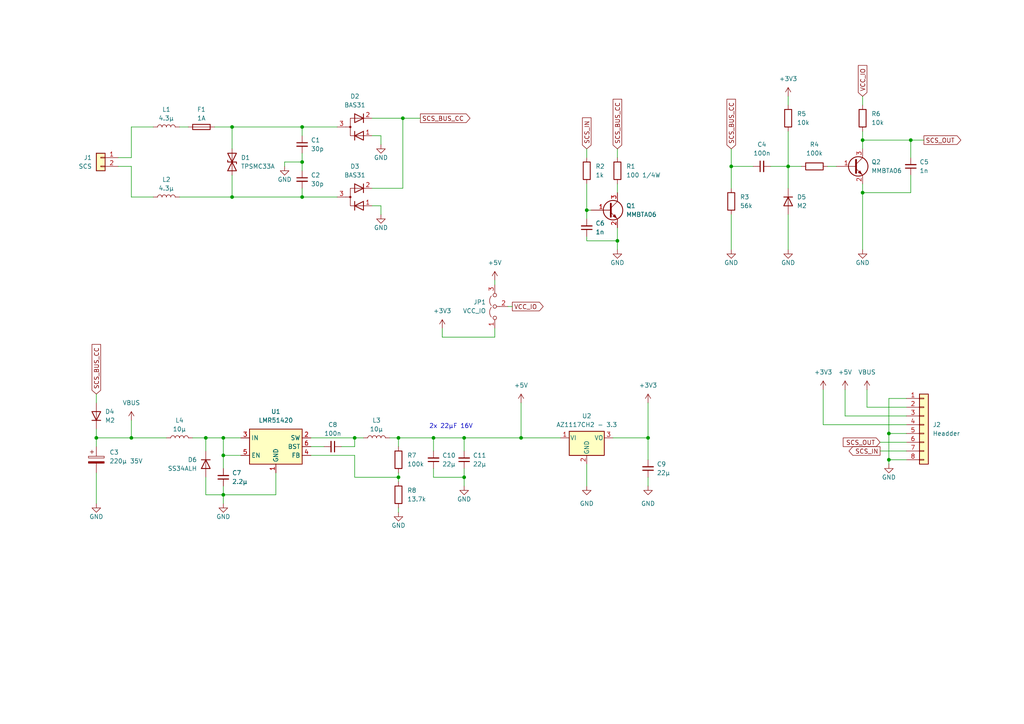
<source format=kicad_sch>
(kicad_sch (version 20230121) (generator eeschema)

  (uuid cdd65be1-84fc-4ecc-b33a-042f5b035d80)

  (paper "A4")

  (lib_symbols
    (symbol "Connector_Generic:Conn_01x02" (pin_names (offset 1.016) hide) (in_bom yes) (on_board yes)
      (property "Reference" "J" (at 0 2.54 0)
        (effects (font (size 1.27 1.27)))
      )
      (property "Value" "Conn_01x02" (at 0 -5.08 0)
        (effects (font (size 1.27 1.27)))
      )
      (property "Footprint" "" (at 0 0 0)
        (effects (font (size 1.27 1.27)) hide)
      )
      (property "Datasheet" "~" (at 0 0 0)
        (effects (font (size 1.27 1.27)) hide)
      )
      (property "ki_keywords" "connector" (at 0 0 0)
        (effects (font (size 1.27 1.27)) hide)
      )
      (property "ki_description" "Generic connector, single row, 01x02, script generated (kicad-library-utils/schlib/autogen/connector/)" (at 0 0 0)
        (effects (font (size 1.27 1.27)) hide)
      )
      (property "ki_fp_filters" "Connector*:*_1x??_*" (at 0 0 0)
        (effects (font (size 1.27 1.27)) hide)
      )
      (symbol "Conn_01x02_1_1"
        (rectangle (start -1.27 -2.413) (end 0 -2.667)
          (stroke (width 0.1524) (type default))
          (fill (type none))
        )
        (rectangle (start -1.27 0.127) (end 0 -0.127)
          (stroke (width 0.1524) (type default))
          (fill (type none))
        )
        (rectangle (start -1.27 1.27) (end 1.27 -3.81)
          (stroke (width 0.254) (type default))
          (fill (type background))
        )
        (pin passive line (at -5.08 0 0) (length 3.81)
          (name "Pin_1" (effects (font (size 1.27 1.27))))
          (number "1" (effects (font (size 1.27 1.27))))
        )
        (pin passive line (at -5.08 -2.54 0) (length 3.81)
          (name "Pin_2" (effects (font (size 1.27 1.27))))
          (number "2" (effects (font (size 1.27 1.27))))
        )
      )
    )
    (symbol "Connector_Generic:Conn_01x08" (pin_names (offset 1.016) hide) (in_bom yes) (on_board yes)
      (property "Reference" "J" (at 0 10.16 0)
        (effects (font (size 1.27 1.27)))
      )
      (property "Value" "Conn_01x08" (at 0 -12.7 0)
        (effects (font (size 1.27 1.27)))
      )
      (property "Footprint" "" (at 0 0 0)
        (effects (font (size 1.27 1.27)) hide)
      )
      (property "Datasheet" "~" (at 0 0 0)
        (effects (font (size 1.27 1.27)) hide)
      )
      (property "ki_keywords" "connector" (at 0 0 0)
        (effects (font (size 1.27 1.27)) hide)
      )
      (property "ki_description" "Generic connector, single row, 01x08, script generated (kicad-library-utils/schlib/autogen/connector/)" (at 0 0 0)
        (effects (font (size 1.27 1.27)) hide)
      )
      (property "ki_fp_filters" "Connector*:*_1x??_*" (at 0 0 0)
        (effects (font (size 1.27 1.27)) hide)
      )
      (symbol "Conn_01x08_1_1"
        (rectangle (start -1.27 -10.033) (end 0 -10.287)
          (stroke (width 0.1524) (type default))
          (fill (type none))
        )
        (rectangle (start -1.27 -7.493) (end 0 -7.747)
          (stroke (width 0.1524) (type default))
          (fill (type none))
        )
        (rectangle (start -1.27 -4.953) (end 0 -5.207)
          (stroke (width 0.1524) (type default))
          (fill (type none))
        )
        (rectangle (start -1.27 -2.413) (end 0 -2.667)
          (stroke (width 0.1524) (type default))
          (fill (type none))
        )
        (rectangle (start -1.27 0.127) (end 0 -0.127)
          (stroke (width 0.1524) (type default))
          (fill (type none))
        )
        (rectangle (start -1.27 2.667) (end 0 2.413)
          (stroke (width 0.1524) (type default))
          (fill (type none))
        )
        (rectangle (start -1.27 5.207) (end 0 4.953)
          (stroke (width 0.1524) (type default))
          (fill (type none))
        )
        (rectangle (start -1.27 7.747) (end 0 7.493)
          (stroke (width 0.1524) (type default))
          (fill (type none))
        )
        (rectangle (start -1.27 8.89) (end 1.27 -11.43)
          (stroke (width 0.254) (type default))
          (fill (type background))
        )
        (pin passive line (at -5.08 7.62 0) (length 3.81)
          (name "Pin_1" (effects (font (size 1.27 1.27))))
          (number "1" (effects (font (size 1.27 1.27))))
        )
        (pin passive line (at -5.08 5.08 0) (length 3.81)
          (name "Pin_2" (effects (font (size 1.27 1.27))))
          (number "2" (effects (font (size 1.27 1.27))))
        )
        (pin passive line (at -5.08 2.54 0) (length 3.81)
          (name "Pin_3" (effects (font (size 1.27 1.27))))
          (number "3" (effects (font (size 1.27 1.27))))
        )
        (pin passive line (at -5.08 0 0) (length 3.81)
          (name "Pin_4" (effects (font (size 1.27 1.27))))
          (number "4" (effects (font (size 1.27 1.27))))
        )
        (pin passive line (at -5.08 -2.54 0) (length 3.81)
          (name "Pin_5" (effects (font (size 1.27 1.27))))
          (number "5" (effects (font (size 1.27 1.27))))
        )
        (pin passive line (at -5.08 -5.08 0) (length 3.81)
          (name "Pin_6" (effects (font (size 1.27 1.27))))
          (number "6" (effects (font (size 1.27 1.27))))
        )
        (pin passive line (at -5.08 -7.62 0) (length 3.81)
          (name "Pin_7" (effects (font (size 1.27 1.27))))
          (number "7" (effects (font (size 1.27 1.27))))
        )
        (pin passive line (at -5.08 -10.16 0) (length 3.81)
          (name "Pin_8" (effects (font (size 1.27 1.27))))
          (number "8" (effects (font (size 1.27 1.27))))
        )
      )
    )
    (symbol "Device:C_Polarized" (pin_numbers hide) (pin_names (offset 0.254)) (in_bom yes) (on_board yes)
      (property "Reference" "C" (at 0.635 2.54 0)
        (effects (font (size 1.27 1.27)) (justify left))
      )
      (property "Value" "C_Polarized" (at 0.635 -2.54 0)
        (effects (font (size 1.27 1.27)) (justify left))
      )
      (property "Footprint" "" (at 0.9652 -3.81 0)
        (effects (font (size 1.27 1.27)) hide)
      )
      (property "Datasheet" "~" (at 0 0 0)
        (effects (font (size 1.27 1.27)) hide)
      )
      (property "ki_keywords" "cap capacitor" (at 0 0 0)
        (effects (font (size 1.27 1.27)) hide)
      )
      (property "ki_description" "Polarized capacitor" (at 0 0 0)
        (effects (font (size 1.27 1.27)) hide)
      )
      (property "ki_fp_filters" "CP_*" (at 0 0 0)
        (effects (font (size 1.27 1.27)) hide)
      )
      (symbol "C_Polarized_0_1"
        (rectangle (start -2.286 0.508) (end 2.286 1.016)
          (stroke (width 0) (type default))
          (fill (type none))
        )
        (polyline
          (pts
            (xy -1.778 2.286)
            (xy -0.762 2.286)
          )
          (stroke (width 0) (type default))
          (fill (type none))
        )
        (polyline
          (pts
            (xy -1.27 2.794)
            (xy -1.27 1.778)
          )
          (stroke (width 0) (type default))
          (fill (type none))
        )
        (rectangle (start 2.286 -0.508) (end -2.286 -1.016)
          (stroke (width 0) (type default))
          (fill (type outline))
        )
      )
      (symbol "C_Polarized_1_1"
        (pin passive line (at 0 3.81 270) (length 2.794)
          (name "~" (effects (font (size 1.27 1.27))))
          (number "1" (effects (font (size 1.27 1.27))))
        )
        (pin passive line (at 0 -3.81 90) (length 2.794)
          (name "~" (effects (font (size 1.27 1.27))))
          (number "2" (effects (font (size 1.27 1.27))))
        )
      )
    )
    (symbol "Device:C_Small" (pin_numbers hide) (pin_names (offset 0.254) hide) (in_bom yes) (on_board yes)
      (property "Reference" "C" (at 0.254 1.778 0)
        (effects (font (size 1.27 1.27)) (justify left))
      )
      (property "Value" "C_Small" (at 0.254 -2.032 0)
        (effects (font (size 1.27 1.27)) (justify left))
      )
      (property "Footprint" "" (at 0 0 0)
        (effects (font (size 1.27 1.27)) hide)
      )
      (property "Datasheet" "~" (at 0 0 0)
        (effects (font (size 1.27 1.27)) hide)
      )
      (property "ki_keywords" "capacitor cap" (at 0 0 0)
        (effects (font (size 1.27 1.27)) hide)
      )
      (property "ki_description" "Unpolarized capacitor, small symbol" (at 0 0 0)
        (effects (font (size 1.27 1.27)) hide)
      )
      (property "ki_fp_filters" "C_*" (at 0 0 0)
        (effects (font (size 1.27 1.27)) hide)
      )
      (symbol "C_Small_0_1"
        (polyline
          (pts
            (xy -1.524 -0.508)
            (xy 1.524 -0.508)
          )
          (stroke (width 0.3302) (type default))
          (fill (type none))
        )
        (polyline
          (pts
            (xy -1.524 0.508)
            (xy 1.524 0.508)
          )
          (stroke (width 0.3048) (type default))
          (fill (type none))
        )
      )
      (symbol "C_Small_1_1"
        (pin passive line (at 0 2.54 270) (length 2.032)
          (name "~" (effects (font (size 1.27 1.27))))
          (number "1" (effects (font (size 1.27 1.27))))
        )
        (pin passive line (at 0 -2.54 90) (length 2.032)
          (name "~" (effects (font (size 1.27 1.27))))
          (number "2" (effects (font (size 1.27 1.27))))
        )
      )
    )
    (symbol "Device:D_Dual_Series_AKC_Parallel" (pin_names (offset 0.762) hide) (in_bom yes) (on_board yes)
      (property "Reference" "D" (at 0 5.08 0)
        (effects (font (size 1.27 1.27)))
      )
      (property "Value" "D_Dual_Series_AKC_Parallel" (at 0 -5.08 0)
        (effects (font (size 1.27 1.27)))
      )
      (property "Footprint" "" (at -1.27 0 0)
        (effects (font (size 1.27 1.27)) hide)
      )
      (property "Datasheet" "~" (at -1.27 0 0)
        (effects (font (size 1.27 1.27)) hide)
      )
      (property "ki_keywords" "diode" (at 0 0 0)
        (effects (font (size 1.27 1.27)) hide)
      )
      (property "ki_description" "Dual diode, anode/cathode/center" (at 0 0 0)
        (effects (font (size 1.27 1.27)) hide)
      )
      (symbol "D_Dual_Series_AKC_Parallel_0_0"
        (polyline
          (pts
            (xy 0 -1.27)
            (xy 0 -3.81)
          )
          (stroke (width 0.254) (type default))
          (fill (type none))
        )
        (polyline
          (pts
            (xy 2.54 3.81)
            (xy 2.54 1.27)
          )
          (stroke (width 0.254) (type default))
          (fill (type none))
        )
      )
      (symbol "D_Dual_Series_AKC_Parallel_0_1"
        (circle (center -1.27 0) (radius 0.254)
          (stroke (width 0) (type default))
          (fill (type outline))
        )
        (polyline
          (pts
            (xy -1.27 0)
            (xy -2.54 0)
          )
          (stroke (width 0) (type default))
          (fill (type none))
        )
        (polyline
          (pts
            (xy 2.54 2.54)
            (xy -1.27 2.54)
            (xy -1.27 -2.54)
            (xy 2.54 -2.54)
          )
          (stroke (width 0) (type default))
          (fill (type none))
        )
        (polyline
          (pts
            (xy 0 3.81)
            (xy 2.54 2.54)
            (xy 0 1.27)
            (xy 0 3.81)
            (xy 0 3.81)
            (xy 0 3.81)
          )
          (stroke (width 0.254) (type default))
          (fill (type none))
        )
        (polyline
          (pts
            (xy 2.54 -1.27)
            (xy 0 -2.54)
            (xy 2.54 -3.81)
            (xy 2.54 -1.27)
            (xy 2.54 -1.27)
            (xy 2.54 -1.27)
          )
          (stroke (width 0.254) (type default))
          (fill (type none))
        )
        (pin passive line (at 5.08 -2.54 180) (length 2.54)
          (name "K" (effects (font (size 1.27 1.27))))
          (number "1" (effects (font (size 1.27 1.27))))
        )
        (pin passive line (at 5.08 2.54 180) (length 2.54)
          (name "K" (effects (font (size 1.27 1.27))))
          (number "2" (effects (font (size 1.27 1.27))))
        )
        (pin passive line (at -5.08 0 0) (length 2.54)
          (name "A" (effects (font (size 1.27 1.27))))
          (number "3" (effects (font (size 1.27 1.27))))
        )
      )
    )
    (symbol "Device:D_TVS" (pin_numbers hide) (pin_names (offset 1.016) hide) (in_bom yes) (on_board yes)
      (property "Reference" "D" (at 0 2.54 0)
        (effects (font (size 1.27 1.27)))
      )
      (property "Value" "D_TVS" (at 0 -2.54 0)
        (effects (font (size 1.27 1.27)))
      )
      (property "Footprint" "" (at 0 0 0)
        (effects (font (size 1.27 1.27)) hide)
      )
      (property "Datasheet" "~" (at 0 0 0)
        (effects (font (size 1.27 1.27)) hide)
      )
      (property "ki_keywords" "diode TVS thyrector" (at 0 0 0)
        (effects (font (size 1.27 1.27)) hide)
      )
      (property "ki_description" "Bidirectional transient-voltage-suppression diode" (at 0 0 0)
        (effects (font (size 1.27 1.27)) hide)
      )
      (property "ki_fp_filters" "TO-???* *_Diode_* *SingleDiode* D_*" (at 0 0 0)
        (effects (font (size 1.27 1.27)) hide)
      )
      (symbol "D_TVS_0_1"
        (polyline
          (pts
            (xy 1.27 0)
            (xy -1.27 0)
          )
          (stroke (width 0) (type default))
          (fill (type none))
        )
        (polyline
          (pts
            (xy 0.508 1.27)
            (xy 0 1.27)
            (xy 0 -1.27)
            (xy -0.508 -1.27)
          )
          (stroke (width 0.254) (type default))
          (fill (type none))
        )
        (polyline
          (pts
            (xy -2.54 1.27)
            (xy -2.54 -1.27)
            (xy 2.54 1.27)
            (xy 2.54 -1.27)
            (xy -2.54 1.27)
          )
          (stroke (width 0.254) (type default))
          (fill (type none))
        )
      )
      (symbol "D_TVS_1_1"
        (pin passive line (at -3.81 0 0) (length 2.54)
          (name "A1" (effects (font (size 1.27 1.27))))
          (number "1" (effects (font (size 1.27 1.27))))
        )
        (pin passive line (at 3.81 0 180) (length 2.54)
          (name "A2" (effects (font (size 1.27 1.27))))
          (number "2" (effects (font (size 1.27 1.27))))
        )
      )
    )
    (symbol "Device:Fuse" (pin_numbers hide) (pin_names (offset 0)) (in_bom yes) (on_board yes)
      (property "Reference" "F" (at 2.032 0 90)
        (effects (font (size 1.27 1.27)))
      )
      (property "Value" "Fuse" (at -1.905 0 90)
        (effects (font (size 1.27 1.27)))
      )
      (property "Footprint" "" (at -1.778 0 90)
        (effects (font (size 1.27 1.27)) hide)
      )
      (property "Datasheet" "~" (at 0 0 0)
        (effects (font (size 1.27 1.27)) hide)
      )
      (property "ki_keywords" "fuse" (at 0 0 0)
        (effects (font (size 1.27 1.27)) hide)
      )
      (property "ki_description" "Fuse" (at 0 0 0)
        (effects (font (size 1.27 1.27)) hide)
      )
      (property "ki_fp_filters" "*Fuse*" (at 0 0 0)
        (effects (font (size 1.27 1.27)) hide)
      )
      (symbol "Fuse_0_1"
        (rectangle (start -0.762 -2.54) (end 0.762 2.54)
          (stroke (width 0.254) (type default))
          (fill (type none))
        )
        (polyline
          (pts
            (xy 0 2.54)
            (xy 0 -2.54)
          )
          (stroke (width 0) (type default))
          (fill (type none))
        )
      )
      (symbol "Fuse_1_1"
        (pin passive line (at 0 3.81 270) (length 1.27)
          (name "~" (effects (font (size 1.27 1.27))))
          (number "1" (effects (font (size 1.27 1.27))))
        )
        (pin passive line (at 0 -3.81 90) (length 1.27)
          (name "~" (effects (font (size 1.27 1.27))))
          (number "2" (effects (font (size 1.27 1.27))))
        )
      )
    )
    (symbol "Device:L" (pin_numbers hide) (pin_names (offset 1.016) hide) (in_bom yes) (on_board yes)
      (property "Reference" "L" (at -1.27 0 90)
        (effects (font (size 1.27 1.27)))
      )
      (property "Value" "L" (at 1.905 0 90)
        (effects (font (size 1.27 1.27)))
      )
      (property "Footprint" "" (at 0 0 0)
        (effects (font (size 1.27 1.27)) hide)
      )
      (property "Datasheet" "~" (at 0 0 0)
        (effects (font (size 1.27 1.27)) hide)
      )
      (property "ki_keywords" "inductor choke coil reactor magnetic" (at 0 0 0)
        (effects (font (size 1.27 1.27)) hide)
      )
      (property "ki_description" "Inductor" (at 0 0 0)
        (effects (font (size 1.27 1.27)) hide)
      )
      (property "ki_fp_filters" "Choke_* *Coil* Inductor_* L_*" (at 0 0 0)
        (effects (font (size 1.27 1.27)) hide)
      )
      (symbol "L_0_1"
        (arc (start 0 -2.54) (mid 0.6323 -1.905) (end 0 -1.27)
          (stroke (width 0) (type default))
          (fill (type none))
        )
        (arc (start 0 -1.27) (mid 0.6323 -0.635) (end 0 0)
          (stroke (width 0) (type default))
          (fill (type none))
        )
        (arc (start 0 0) (mid 0.6323 0.635) (end 0 1.27)
          (stroke (width 0) (type default))
          (fill (type none))
        )
        (arc (start 0 1.27) (mid 0.6323 1.905) (end 0 2.54)
          (stroke (width 0) (type default))
          (fill (type none))
        )
      )
      (symbol "L_1_1"
        (pin passive line (at 0 3.81 270) (length 1.27)
          (name "1" (effects (font (size 1.27 1.27))))
          (number "1" (effects (font (size 1.27 1.27))))
        )
        (pin passive line (at 0 -3.81 90) (length 1.27)
          (name "2" (effects (font (size 1.27 1.27))))
          (number "2" (effects (font (size 1.27 1.27))))
        )
      )
    )
    (symbol "Device:R" (pin_numbers hide) (pin_names (offset 0)) (in_bom yes) (on_board yes)
      (property "Reference" "R" (at 2.032 0 90)
        (effects (font (size 1.27 1.27)))
      )
      (property "Value" "R" (at 0 0 90)
        (effects (font (size 1.27 1.27)))
      )
      (property "Footprint" "" (at -1.778 0 90)
        (effects (font (size 1.27 1.27)) hide)
      )
      (property "Datasheet" "~" (at 0 0 0)
        (effects (font (size 1.27 1.27)) hide)
      )
      (property "ki_keywords" "R res resistor" (at 0 0 0)
        (effects (font (size 1.27 1.27)) hide)
      )
      (property "ki_description" "Resistor" (at 0 0 0)
        (effects (font (size 1.27 1.27)) hide)
      )
      (property "ki_fp_filters" "R_*" (at 0 0 0)
        (effects (font (size 1.27 1.27)) hide)
      )
      (symbol "R_0_1"
        (rectangle (start -1.016 -2.54) (end 1.016 2.54)
          (stroke (width 0.254) (type default))
          (fill (type none))
        )
      )
      (symbol "R_1_1"
        (pin passive line (at 0 3.81 270) (length 1.27)
          (name "~" (effects (font (size 1.27 1.27))))
          (number "1" (effects (font (size 1.27 1.27))))
        )
        (pin passive line (at 0 -3.81 90) (length 1.27)
          (name "~" (effects (font (size 1.27 1.27))))
          (number "2" (effects (font (size 1.27 1.27))))
        )
      )
    )
    (symbol "Diode:1N4001" (pin_numbers hide) (pin_names hide) (in_bom yes) (on_board yes)
      (property "Reference" "D" (at 0 2.54 0)
        (effects (font (size 1.27 1.27)))
      )
      (property "Value" "1N4001" (at 0 -2.54 0)
        (effects (font (size 1.27 1.27)))
      )
      (property "Footprint" "Diode_THT:D_DO-41_SOD81_P10.16mm_Horizontal" (at 0 0 0)
        (effects (font (size 1.27 1.27)) hide)
      )
      (property "Datasheet" "http://www.vishay.com/docs/88503/1n4001.pdf" (at 0 0 0)
        (effects (font (size 1.27 1.27)) hide)
      )
      (property "Sim.Device" "D" (at 0 0 0)
        (effects (font (size 1.27 1.27)) hide)
      )
      (property "Sim.Pins" "1=K 2=A" (at 0 0 0)
        (effects (font (size 1.27 1.27)) hide)
      )
      (property "ki_keywords" "diode" (at 0 0 0)
        (effects (font (size 1.27 1.27)) hide)
      )
      (property "ki_description" "50V 1A General Purpose Rectifier Diode, DO-41" (at 0 0 0)
        (effects (font (size 1.27 1.27)) hide)
      )
      (property "ki_fp_filters" "D*DO?41*" (at 0 0 0)
        (effects (font (size 1.27 1.27)) hide)
      )
      (symbol "1N4001_0_1"
        (polyline
          (pts
            (xy -1.27 1.27)
            (xy -1.27 -1.27)
          )
          (stroke (width 0.254) (type default))
          (fill (type none))
        )
        (polyline
          (pts
            (xy 1.27 0)
            (xy -1.27 0)
          )
          (stroke (width 0) (type default))
          (fill (type none))
        )
        (polyline
          (pts
            (xy 1.27 1.27)
            (xy 1.27 -1.27)
            (xy -1.27 0)
            (xy 1.27 1.27)
          )
          (stroke (width 0.254) (type default))
          (fill (type none))
        )
      )
      (symbol "1N4001_1_1"
        (pin passive line (at -3.81 0 0) (length 2.54)
          (name "K" (effects (font (size 1.27 1.27))))
          (number "1" (effects (font (size 1.27 1.27))))
        )
        (pin passive line (at 3.81 0 180) (length 2.54)
          (name "A" (effects (font (size 1.27 1.27))))
          (number "2" (effects (font (size 1.27 1.27))))
        )
      )
    )
    (symbol "Jumper:Jumper_3_Open" (pin_names (offset 0) hide) (in_bom yes) (on_board yes)
      (property "Reference" "JP" (at -2.54 -2.54 0)
        (effects (font (size 1.27 1.27)))
      )
      (property "Value" "Jumper_3_Open" (at 0 2.794 0)
        (effects (font (size 1.27 1.27)))
      )
      (property "Footprint" "" (at 0 0 0)
        (effects (font (size 1.27 1.27)) hide)
      )
      (property "Datasheet" "~" (at 0 0 0)
        (effects (font (size 1.27 1.27)) hide)
      )
      (property "ki_keywords" "Jumper SPDT" (at 0 0 0)
        (effects (font (size 1.27 1.27)) hide)
      )
      (property "ki_description" "Jumper, 3-pole, both open" (at 0 0 0)
        (effects (font (size 1.27 1.27)) hide)
      )
      (property "ki_fp_filters" "Jumper* TestPoint*3Pads* TestPoint*Bridge*" (at 0 0 0)
        (effects (font (size 1.27 1.27)) hide)
      )
      (symbol "Jumper_3_Open_0_0"
        (circle (center -3.302 0) (radius 0.508)
          (stroke (width 0) (type default))
          (fill (type none))
        )
        (circle (center 0 0) (radius 0.508)
          (stroke (width 0) (type default))
          (fill (type none))
        )
        (circle (center 3.302 0) (radius 0.508)
          (stroke (width 0) (type default))
          (fill (type none))
        )
      )
      (symbol "Jumper_3_Open_0_1"
        (arc (start -0.254 1.016) (mid -1.651 1.4992) (end -3.048 1.016)
          (stroke (width 0) (type default))
          (fill (type none))
        )
        (polyline
          (pts
            (xy 0 -0.508)
            (xy 0 -1.27)
          )
          (stroke (width 0) (type default))
          (fill (type none))
        )
        (arc (start 3.048 1.016) (mid 1.651 1.4992) (end 0.254 1.016)
          (stroke (width 0) (type default))
          (fill (type none))
        )
      )
      (symbol "Jumper_3_Open_1_1"
        (pin passive line (at -6.35 0 0) (length 2.54)
          (name "A" (effects (font (size 1.27 1.27))))
          (number "1" (effects (font (size 1.27 1.27))))
        )
        (pin passive line (at 0 -3.81 90) (length 2.54)
          (name "C" (effects (font (size 1.27 1.27))))
          (number "2" (effects (font (size 1.27 1.27))))
        )
        (pin passive line (at 6.35 0 180) (length 2.54)
          (name "B" (effects (font (size 1.27 1.27))))
          (number "3" (effects (font (size 1.27 1.27))))
        )
      )
    )
    (symbol "Regulator_Linear:TC1262-33" (pin_names (offset 0.254)) (in_bom yes) (on_board yes)
      (property "Reference" "U" (at -3.81 3.175 0)
        (effects (font (size 1.27 1.27)))
      )
      (property "Value" "TC1262-33" (at 0 3.175 0)
        (effects (font (size 1.27 1.27)) (justify left))
      )
      (property "Footprint" "" (at 0 5.715 0)
        (effects (font (size 1.27 1.27) italic) hide)
      )
      (property "Datasheet" "http://ww1.microchip.com/downloads/en/DeviceDoc/21373C.pdf" (at 0 -7.62 0)
        (effects (font (size 1.27 1.27)) hide)
      )
      (property "ki_keywords" "Voltage Regulator 3.3V 500mA Positive CMOS LDO Microchip" (at 0 0 0)
        (effects (font (size 1.27 1.27)) hide)
      )
      (property "ki_description" "500mA Low Dropout CMOS Voltage Regulator, Fixed Output 3.3V, TO-220/SOT-223/TO-263" (at 0 0 0)
        (effects (font (size 1.27 1.27)) hide)
      )
      (property "ki_fp_filters" "SOT?223* TO?220* TO?263*" (at 0 0 0)
        (effects (font (size 1.27 1.27)) hide)
      )
      (symbol "TC1262-33_1_1"
        (rectangle (start -5.08 1.905) (end 5.08 -5.08)
          (stroke (width 0.254) (type default))
          (fill (type background))
        )
        (pin power_in line (at -7.62 0 0) (length 2.54)
          (name "VI" (effects (font (size 1.27 1.27))))
          (number "1" (effects (font (size 1.27 1.27))))
        )
        (pin power_in line (at 0 -7.62 90) (length 2.54)
          (name "GND" (effects (font (size 1.27 1.27))))
          (number "2" (effects (font (size 1.27 1.27))))
        )
        (pin power_out line (at 7.62 0 180) (length 2.54)
          (name "VO" (effects (font (size 1.27 1.27))))
          (number "3" (effects (font (size 1.27 1.27))))
        )
      )
    )
    (symbol "Regulator_Switching:AP62300TWU" (in_bom yes) (on_board yes)
      (property "Reference" "U" (at -7.62 6.35 0)
        (effects (font (size 1.27 1.27)))
      )
      (property "Value" "AP62300TWU" (at 2.54 6.35 0)
        (effects (font (size 1.27 1.27)))
      )
      (property "Footprint" "Package_TO_SOT_SMD:TSOT-23-6" (at 0 -22.86 0)
        (effects (font (size 1.27 1.27)) hide)
      )
      (property "Datasheet" "https://www.diodes.com/assets/Datasheets/AP62300_AP62301_AP62300T.pdf" (at 0 0 0)
        (effects (font (size 1.27 1.27)) hide)
      )
      (property "ki_keywords" "3A Buck DC/DC" (at 0 0 0)
        (effects (font (size 1.27 1.27)) hide)
      )
      (property "ki_description" "3A, 750kHz Buck DC/DC Converter, PFM for light load efficiency, 4.2V-18V input voltage, 0.763V-7V adjustable output voltage, TSOT-23-6" (at 0 0 0)
        (effects (font (size 1.27 1.27)) hide)
      )
      (property "ki_fp_filters" "TSOT?23*" (at 0 0 0)
        (effects (font (size 1.27 1.27)) hide)
      )
      (symbol "AP62300TWU_0_1"
        (rectangle (start -7.62 5.08) (end 7.62 -5.08)
          (stroke (width 0.254) (type default))
          (fill (type background))
        )
      )
      (symbol "AP62300TWU_1_1"
        (pin power_in line (at 0 -7.62 90) (length 2.54)
          (name "GND" (effects (font (size 1.27 1.27))))
          (number "1" (effects (font (size 1.27 1.27))))
        )
        (pin output line (at 10.16 2.54 180) (length 2.54)
          (name "SW" (effects (font (size 1.27 1.27))))
          (number "2" (effects (font (size 1.27 1.27))))
        )
        (pin power_in line (at -10.16 2.54 0) (length 2.54)
          (name "IN" (effects (font (size 1.27 1.27))))
          (number "3" (effects (font (size 1.27 1.27))))
        )
        (pin input line (at 10.16 -2.54 180) (length 2.54)
          (name "FB" (effects (font (size 1.27 1.27))))
          (number "4" (effects (font (size 1.27 1.27))))
        )
        (pin input line (at -10.16 -2.54 0) (length 2.54)
          (name "EN" (effects (font (size 1.27 1.27))))
          (number "5" (effects (font (size 1.27 1.27))))
        )
        (pin passive line (at 10.16 0 180) (length 2.54)
          (name "BST" (effects (font (size 1.27 1.27))))
          (number "6" (effects (font (size 1.27 1.27))))
        )
      )
    )
    (symbol "Transistor_BJT:2SC4213" (pin_names (offset 0) hide) (in_bom yes) (on_board yes)
      (property "Reference" "Q" (at 5.08 1.905 0)
        (effects (font (size 1.27 1.27)) (justify left))
      )
      (property "Value" "2SC4213" (at 5.08 0 0)
        (effects (font (size 1.27 1.27)) (justify left))
      )
      (property "Footprint" "Package_TO_SOT_SMD:SOT-323_SC-70" (at 5.08 -1.905 0)
        (effects (font (size 1.27 1.27) italic) (justify left) hide)
      )
      (property "Datasheet" "https://toshiba.semicon-storage.com/info/docget.jsp?did=19305&prodName=2SC4213" (at 0 0 0)
        (effects (font (size 1.27 1.27)) (justify left) hide)
      )
      (property "ki_keywords" "NPN Transistor" (at 0 0 0)
        (effects (font (size 1.27 1.27)) hide)
      )
      (property "ki_description" "0.3A Ic, 20V Vce, NPN Transistor, For Muting and Switching, SOT-323" (at 0 0 0)
        (effects (font (size 1.27 1.27)) hide)
      )
      (property "ki_fp_filters" "SOT?323*" (at 0 0 0)
        (effects (font (size 1.27 1.27)) hide)
      )
      (symbol "2SC4213_0_1"
        (polyline
          (pts
            (xy 0.635 0.635)
            (xy 2.54 2.54)
          )
          (stroke (width 0) (type default))
          (fill (type none))
        )
        (polyline
          (pts
            (xy 0.635 -0.635)
            (xy 2.54 -2.54)
            (xy 2.54 -2.54)
          )
          (stroke (width 0) (type default))
          (fill (type none))
        )
        (polyline
          (pts
            (xy 0.635 1.905)
            (xy 0.635 -1.905)
            (xy 0.635 -1.905)
          )
          (stroke (width 0.508) (type default))
          (fill (type none))
        )
        (polyline
          (pts
            (xy 1.27 -1.778)
            (xy 1.778 -1.27)
            (xy 2.286 -2.286)
            (xy 1.27 -1.778)
            (xy 1.27 -1.778)
          )
          (stroke (width 0) (type default))
          (fill (type outline))
        )
        (circle (center 1.27 0) (radius 2.8194)
          (stroke (width 0.254) (type default))
          (fill (type none))
        )
      )
      (symbol "2SC4213_1_1"
        (pin input line (at -5.08 0 0) (length 5.715)
          (name "B" (effects (font (size 1.27 1.27))))
          (number "1" (effects (font (size 1.27 1.27))))
        )
        (pin passive line (at 2.54 -5.08 90) (length 2.54)
          (name "E" (effects (font (size 1.27 1.27))))
          (number "2" (effects (font (size 1.27 1.27))))
        )
        (pin passive line (at 2.54 5.08 270) (length 2.54)
          (name "C" (effects (font (size 1.27 1.27))))
          (number "3" (effects (font (size 1.27 1.27))))
        )
      )
    )
    (symbol "power:+3V3" (power) (pin_names (offset 0)) (in_bom yes) (on_board yes)
      (property "Reference" "#PWR" (at 0 -3.81 0)
        (effects (font (size 1.27 1.27)) hide)
      )
      (property "Value" "+3V3" (at 0 3.556 0)
        (effects (font (size 1.27 1.27)))
      )
      (property "Footprint" "" (at 0 0 0)
        (effects (font (size 1.27 1.27)) hide)
      )
      (property "Datasheet" "" (at 0 0 0)
        (effects (font (size 1.27 1.27)) hide)
      )
      (property "ki_keywords" "global power" (at 0 0 0)
        (effects (font (size 1.27 1.27)) hide)
      )
      (property "ki_description" "Power symbol creates a global label with name \"+3V3\"" (at 0 0 0)
        (effects (font (size 1.27 1.27)) hide)
      )
      (symbol "+3V3_0_1"
        (polyline
          (pts
            (xy -0.762 1.27)
            (xy 0 2.54)
          )
          (stroke (width 0) (type default))
          (fill (type none))
        )
        (polyline
          (pts
            (xy 0 0)
            (xy 0 2.54)
          )
          (stroke (width 0) (type default))
          (fill (type none))
        )
        (polyline
          (pts
            (xy 0 2.54)
            (xy 0.762 1.27)
          )
          (stroke (width 0) (type default))
          (fill (type none))
        )
      )
      (symbol "+3V3_1_1"
        (pin power_in line (at 0 0 90) (length 0) hide
          (name "+3V3" (effects (font (size 1.27 1.27))))
          (number "1" (effects (font (size 1.27 1.27))))
        )
      )
    )
    (symbol "power:+5V" (power) (pin_names (offset 0)) (in_bom yes) (on_board yes)
      (property "Reference" "#PWR" (at 0 -3.81 0)
        (effects (font (size 1.27 1.27)) hide)
      )
      (property "Value" "+5V" (at 0 3.556 0)
        (effects (font (size 1.27 1.27)))
      )
      (property "Footprint" "" (at 0 0 0)
        (effects (font (size 1.27 1.27)) hide)
      )
      (property "Datasheet" "" (at 0 0 0)
        (effects (font (size 1.27 1.27)) hide)
      )
      (property "ki_keywords" "global power" (at 0 0 0)
        (effects (font (size 1.27 1.27)) hide)
      )
      (property "ki_description" "Power symbol creates a global label with name \"+5V\"" (at 0 0 0)
        (effects (font (size 1.27 1.27)) hide)
      )
      (symbol "+5V_0_1"
        (polyline
          (pts
            (xy -0.762 1.27)
            (xy 0 2.54)
          )
          (stroke (width 0) (type default))
          (fill (type none))
        )
        (polyline
          (pts
            (xy 0 0)
            (xy 0 2.54)
          )
          (stroke (width 0) (type default))
          (fill (type none))
        )
        (polyline
          (pts
            (xy 0 2.54)
            (xy 0.762 1.27)
          )
          (stroke (width 0) (type default))
          (fill (type none))
        )
      )
      (symbol "+5V_1_1"
        (pin power_in line (at 0 0 90) (length 0) hide
          (name "+5V" (effects (font (size 1.27 1.27))))
          (number "1" (effects (font (size 1.27 1.27))))
        )
      )
    )
    (symbol "power:GND" (power) (pin_names (offset 0)) (in_bom yes) (on_board yes)
      (property "Reference" "#PWR" (at 0 -6.35 0)
        (effects (font (size 1.27 1.27)) hide)
      )
      (property "Value" "GND" (at 0 -3.81 0)
        (effects (font (size 1.27 1.27)))
      )
      (property "Footprint" "" (at 0 0 0)
        (effects (font (size 1.27 1.27)) hide)
      )
      (property "Datasheet" "" (at 0 0 0)
        (effects (font (size 1.27 1.27)) hide)
      )
      (property "ki_keywords" "global power" (at 0 0 0)
        (effects (font (size 1.27 1.27)) hide)
      )
      (property "ki_description" "Power symbol creates a global label with name \"GND\" , ground" (at 0 0 0)
        (effects (font (size 1.27 1.27)) hide)
      )
      (symbol "GND_0_1"
        (polyline
          (pts
            (xy 0 0)
            (xy 0 -1.27)
            (xy 1.27 -1.27)
            (xy 0 -2.54)
            (xy -1.27 -1.27)
            (xy 0 -1.27)
          )
          (stroke (width 0) (type default))
          (fill (type none))
        )
      )
      (symbol "GND_1_1"
        (pin power_in line (at 0 0 270) (length 0) hide
          (name "GND" (effects (font (size 1.27 1.27))))
          (number "1" (effects (font (size 1.27 1.27))))
        )
      )
    )
    (symbol "power:VBUS" (power) (pin_names (offset 0)) (in_bom yes) (on_board yes)
      (property "Reference" "#PWR" (at 0 -3.81 0)
        (effects (font (size 1.27 1.27)) hide)
      )
      (property "Value" "VBUS" (at 0 3.81 0)
        (effects (font (size 1.27 1.27)))
      )
      (property "Footprint" "" (at 0 0 0)
        (effects (font (size 1.27 1.27)) hide)
      )
      (property "Datasheet" "" (at 0 0 0)
        (effects (font (size 1.27 1.27)) hide)
      )
      (property "ki_keywords" "global power" (at 0 0 0)
        (effects (font (size 1.27 1.27)) hide)
      )
      (property "ki_description" "Power symbol creates a global label with name \"VBUS\"" (at 0 0 0)
        (effects (font (size 1.27 1.27)) hide)
      )
      (symbol "VBUS_0_1"
        (polyline
          (pts
            (xy -0.762 1.27)
            (xy 0 2.54)
          )
          (stroke (width 0) (type default))
          (fill (type none))
        )
        (polyline
          (pts
            (xy 0 0)
            (xy 0 2.54)
          )
          (stroke (width 0) (type default))
          (fill (type none))
        )
        (polyline
          (pts
            (xy 0 2.54)
            (xy 0.762 1.27)
          )
          (stroke (width 0) (type default))
          (fill (type none))
        )
      )
      (symbol "VBUS_1_1"
        (pin power_in line (at 0 0 90) (length 0) hide
          (name "VBUS" (effects (font (size 1.27 1.27))))
          (number "1" (effects (font (size 1.27 1.27))))
        )
      )
    )
  )

  (junction (at 257.81 133.35) (diameter 0) (color 0 0 0 0)
    (uuid 08af9cfd-7cd1-49ed-a342-5c1b34df5efb)
  )
  (junction (at 250.19 40.64) (diameter 0) (color 0 0 0 0)
    (uuid 1327219f-6c35-427e-a972-48ac3dd439fd)
  )
  (junction (at 187.96 127) (diameter 0) (color 0 0 0 0)
    (uuid 13d6ec44-05c8-4630-a7ae-09038dcb0078)
  )
  (junction (at 125.73 127) (diameter 0) (color 0 0 0 0)
    (uuid 238d8415-6a1e-43fc-a313-644d6b0a1084)
  )
  (junction (at 64.77 132.08) (diameter 0) (color 0 0 0 0)
    (uuid 2da255ab-86ce-4ae8-a80d-fbaf8eacfda7)
  )
  (junction (at 134.62 127) (diameter 0) (color 0 0 0 0)
    (uuid 32021a4b-55fb-4eca-8ab6-f7883f1b61df)
  )
  (junction (at 59.69 127) (diameter 0) (color 0 0 0 0)
    (uuid 38c3816d-9b2a-470c-9b3a-3fee37643678)
  )
  (junction (at 87.63 57.15) (diameter 0) (color 0 0 0 0)
    (uuid 423f2f57-a755-4e7d-a657-985ae8785018)
  )
  (junction (at 116.84 34.29) (diameter 0) (color 0 0 0 0)
    (uuid 4d572d5a-a26c-4e3e-a188-027270b223eb)
  )
  (junction (at 170.18 60.96) (diameter 0) (color 0 0 0 0)
    (uuid 514793ec-83e4-4a6a-913e-7643b7cd5c11)
  )
  (junction (at 67.31 57.15) (diameter 0) (color 0 0 0 0)
    (uuid 61a50e1f-605a-47f1-886e-cd2a7a6a92b9)
  )
  (junction (at 87.63 46.99) (diameter 0) (color 0 0 0 0)
    (uuid 64ed4334-8c14-4faa-bc18-d20fd899020b)
  )
  (junction (at 64.77 127) (diameter 0) (color 0 0 0 0)
    (uuid 6a07a10a-d362-4be2-9172-be917b47cab2)
  )
  (junction (at 179.07 69.85) (diameter 0) (color 0 0 0 0)
    (uuid 6d32752c-8eff-4b32-87f0-4f0f34798dbd)
  )
  (junction (at 27.94 127) (diameter 0) (color 0 0 0 0)
    (uuid 722cfc82-d894-42b6-8ea3-8429b0d07403)
  )
  (junction (at 64.77 143.51) (diameter 0) (color 0 0 0 0)
    (uuid 74d3ffcc-0c41-49cc-b371-c99985696452)
  )
  (junction (at 87.63 36.83) (diameter 0) (color 0 0 0 0)
    (uuid 85182452-6138-4d5c-88b2-110ea8a128ab)
  )
  (junction (at 134.62 138.43) (diameter 0) (color 0 0 0 0)
    (uuid 8d740d22-ef1c-4601-ba0f-62ebe336060b)
  )
  (junction (at 115.57 127) (diameter 0) (color 0 0 0 0)
    (uuid 904d8d43-e880-4d57-883e-26c128603283)
  )
  (junction (at 257.81 125.73) (diameter 0) (color 0 0 0 0)
    (uuid 924730ff-8af7-472b-bf3f-7a8ffa5608f2)
  )
  (junction (at 250.19 55.88) (diameter 0) (color 0 0 0 0)
    (uuid 9a67a704-1cfc-41ca-b372-4c1d19079e9f)
  )
  (junction (at 212.09 48.26) (diameter 0) (color 0 0 0 0)
    (uuid a284e9ed-f906-4d07-a7e6-64b624c4eb38)
  )
  (junction (at 67.31 36.83) (diameter 0) (color 0 0 0 0)
    (uuid a74b91d2-75c1-48b9-bd7c-bc4c7a1b32aa)
  )
  (junction (at 264.16 40.64) (diameter 0) (color 0 0 0 0)
    (uuid b5340c96-3f40-49a6-884f-c828c6391464)
  )
  (junction (at 38.1 127) (diameter 0) (color 0 0 0 0)
    (uuid b850f8c9-2fcc-416e-8d42-1948ea26f3f3)
  )
  (junction (at 102.87 127) (diameter 0) (color 0 0 0 0)
    (uuid b8d18921-c180-4a9d-a7e0-745803cd890c)
  )
  (junction (at 151.13 127) (diameter 0) (color 0 0 0 0)
    (uuid e87c4657-7c56-431d-a85a-5a73e3cf843b)
  )
  (junction (at 115.57 138.43) (diameter 0) (color 0 0 0 0)
    (uuid ea1e02d0-303f-4ea1-9564-76a3bfe926b8)
  )
  (junction (at 228.6 48.26) (diameter 0) (color 0 0 0 0)
    (uuid ffea1d79-2e73-45f6-83d8-06a126d89b24)
  )

  (wire (pts (xy 128.27 95.25) (xy 128.27 97.79))
    (stroke (width 0) (type default))
    (uuid 01341ed3-26be-49d9-90aa-27e918941827)
  )
  (wire (pts (xy 245.11 113.03) (xy 245.11 120.65))
    (stroke (width 0) (type default))
    (uuid 048eea7f-1c65-47dc-b1c1-44547dde03ec)
  )
  (wire (pts (xy 59.69 138.43) (xy 59.69 143.51))
    (stroke (width 0) (type default))
    (uuid 0550f20c-2b0e-4d59-a110-69a1a5973e92)
  )
  (wire (pts (xy 69.85 127) (xy 64.77 127))
    (stroke (width 0) (type default))
    (uuid 0bd0edea-1ee6-4fa2-bc38-c5a6658e035f)
  )
  (wire (pts (xy 102.87 132.08) (xy 102.87 138.43))
    (stroke (width 0) (type default))
    (uuid 0dee7dd1-d4f1-468a-9ed3-e92c54153d54)
  )
  (wire (pts (xy 212.09 43.18) (xy 212.09 48.26))
    (stroke (width 0) (type default))
    (uuid 0ee814db-191b-4856-aa6b-5758dece8cf3)
  )
  (wire (pts (xy 264.16 40.64) (xy 267.97 40.64))
    (stroke (width 0) (type default))
    (uuid 0ef5459f-2a9d-4701-bb15-f7fc663742ac)
  )
  (wire (pts (xy 250.19 27.94) (xy 250.19 30.48))
    (stroke (width 0) (type default))
    (uuid 0fb851c1-ed4e-4c5b-b15b-6447af6ca57b)
  )
  (wire (pts (xy 62.23 36.83) (xy 67.31 36.83))
    (stroke (width 0) (type default))
    (uuid 0fdda02e-083e-4c9a-8c37-a617b29be3e2)
  )
  (wire (pts (xy 115.57 138.43) (xy 115.57 139.7))
    (stroke (width 0) (type default))
    (uuid 111a5d5e-0fef-4dc3-9374-8c5436addd0e)
  )
  (wire (pts (xy 147.32 88.9) (xy 148.59 88.9))
    (stroke (width 0) (type default))
    (uuid 11c869ae-7b6a-4833-8d0d-c5c15aa8b778)
  )
  (wire (pts (xy 87.63 46.99) (xy 87.63 49.53))
    (stroke (width 0) (type default))
    (uuid 143db918-b3e4-480e-890d-6b4658e1c1e4)
  )
  (wire (pts (xy 102.87 127) (xy 105.41 127))
    (stroke (width 0) (type default))
    (uuid 14fa0151-d34a-4e52-a881-e779d7df3e43)
  )
  (wire (pts (xy 250.19 38.1) (xy 250.19 40.64))
    (stroke (width 0) (type default))
    (uuid 19cc79d4-3221-443e-857c-d46fe27061f1)
  )
  (wire (pts (xy 187.96 127) (xy 187.96 133.35))
    (stroke (width 0) (type default))
    (uuid 1d737eb1-9ceb-47a0-9a4d-96ceb1e8ac9a)
  )
  (wire (pts (xy 67.31 50.8) (xy 67.31 57.15))
    (stroke (width 0) (type default))
    (uuid 1df57e4a-b63e-4997-a0a4-6d21affaeda3)
  )
  (wire (pts (xy 228.6 48.26) (xy 232.41 48.26))
    (stroke (width 0) (type default))
    (uuid 1f8164e2-5908-4346-9fee-60fb31b21ddc)
  )
  (wire (pts (xy 87.63 39.37) (xy 87.63 36.83))
    (stroke (width 0) (type default))
    (uuid 21083c86-7d6a-4e12-8964-dc84f4337cd2)
  )
  (wire (pts (xy 64.77 132.08) (xy 64.77 135.89))
    (stroke (width 0) (type default))
    (uuid 22be64fc-5043-425a-b9ad-605ef5710ff5)
  )
  (wire (pts (xy 240.03 48.26) (xy 242.57 48.26))
    (stroke (width 0) (type default))
    (uuid 24318e2a-acef-4278-9a3d-03b002dfdff9)
  )
  (wire (pts (xy 250.19 40.64) (xy 250.19 43.18))
    (stroke (width 0) (type default))
    (uuid 256518c4-1220-419b-bb9f-e2963e9bec00)
  )
  (wire (pts (xy 82.55 46.99) (xy 82.55 48.26))
    (stroke (width 0) (type default))
    (uuid 26d34048-0a07-4c4a-bbd6-ff0b735130dc)
  )
  (wire (pts (xy 113.03 127) (xy 115.57 127))
    (stroke (width 0) (type default))
    (uuid 26e9161c-a4c8-4b76-a23a-e1f11bbbc965)
  )
  (wire (pts (xy 179.07 66.04) (xy 179.07 69.85))
    (stroke (width 0) (type default))
    (uuid 26f07a9f-c492-4dfe-a01b-7055c8784888)
  )
  (wire (pts (xy 107.95 39.37) (xy 110.49 39.37))
    (stroke (width 0) (type default))
    (uuid 2736c4cb-1d1e-42a2-b071-bf461ee890c7)
  )
  (wire (pts (xy 87.63 36.83) (xy 67.31 36.83))
    (stroke (width 0) (type default))
    (uuid 278512e5-4004-4ba1-9bd7-fbcadf73e31b)
  )
  (wire (pts (xy 107.95 59.69) (xy 110.49 59.69))
    (stroke (width 0) (type default))
    (uuid 2c1d9602-4e7a-4395-8dfc-894b5b17e79b)
  )
  (wire (pts (xy 38.1 127) (xy 48.26 127))
    (stroke (width 0) (type default))
    (uuid 2cb5fc43-f154-4412-a5b5-fd2f35841776)
  )
  (wire (pts (xy 38.1 48.26) (xy 38.1 57.15))
    (stroke (width 0) (type default))
    (uuid 308b9283-70a2-4763-8402-ef9d5299a8b7)
  )
  (wire (pts (xy 223.52 48.26) (xy 228.6 48.26))
    (stroke (width 0) (type default))
    (uuid 30c5b2d2-95da-42fc-9d5c-30ce28c788a1)
  )
  (wire (pts (xy 107.95 54.61) (xy 116.84 54.61))
    (stroke (width 0) (type default))
    (uuid 33bd7f38-d5b7-44be-a1db-1835b4a47c96)
  )
  (wire (pts (xy 38.1 127) (xy 38.1 121.92))
    (stroke (width 0) (type default))
    (uuid 39cc76ad-3298-4250-a181-78dcf4d484fb)
  )
  (wire (pts (xy 262.89 118.11) (xy 251.46 118.11))
    (stroke (width 0) (type default))
    (uuid 3cfbec70-99d7-44d1-a909-d650d089bf46)
  )
  (wire (pts (xy 67.31 36.83) (xy 67.31 43.18))
    (stroke (width 0) (type default))
    (uuid 3d43c002-5464-4c06-9293-caea1497e7ae)
  )
  (wire (pts (xy 80.01 137.16) (xy 80.01 143.51))
    (stroke (width 0) (type default))
    (uuid 3eb95724-1c82-41d6-b369-edbbf0af4541)
  )
  (wire (pts (xy 251.46 118.11) (xy 251.46 113.03))
    (stroke (width 0) (type default))
    (uuid 407b7311-8048-45ad-bbb7-78d8ef320444)
  )
  (wire (pts (xy 125.73 130.81) (xy 125.73 127))
    (stroke (width 0) (type default))
    (uuid 4781628b-8f3d-46bf-bcc7-7a57c189c75d)
  )
  (wire (pts (xy 250.19 53.34) (xy 250.19 55.88))
    (stroke (width 0) (type default))
    (uuid 47cdda51-2e11-4f73-9a36-137b76fe555b)
  )
  (wire (pts (xy 82.55 46.99) (xy 87.63 46.99))
    (stroke (width 0) (type default))
    (uuid 49938843-26fa-43d5-9870-c237047c63ec)
  )
  (wire (pts (xy 177.8 127) (xy 187.96 127))
    (stroke (width 0) (type default))
    (uuid 4ce2018c-e8af-4506-a475-d84bdf969e65)
  )
  (wire (pts (xy 90.17 132.08) (xy 102.87 132.08))
    (stroke (width 0) (type default))
    (uuid 4e09303d-e016-4063-9b74-a5074c98f019)
  )
  (wire (pts (xy 87.63 36.83) (xy 97.79 36.83))
    (stroke (width 0) (type default))
    (uuid 5368799a-c8f2-45c6-8845-dbddb6122bc3)
  )
  (wire (pts (xy 110.49 39.37) (xy 110.49 41.91))
    (stroke (width 0) (type default))
    (uuid 544a1de2-15cc-4391-9a66-ab02f1cb7719)
  )
  (wire (pts (xy 116.84 34.29) (xy 116.84 54.61))
    (stroke (width 0) (type default))
    (uuid 54661a94-d76e-4587-9c77-32812d81efd7)
  )
  (wire (pts (xy 264.16 50.8) (xy 264.16 55.88))
    (stroke (width 0) (type default))
    (uuid 5c4863df-83f7-4642-a406-1d1d96505d91)
  )
  (wire (pts (xy 27.94 124.46) (xy 27.94 127))
    (stroke (width 0) (type default))
    (uuid 5f46b127-ac47-4486-8b76-3a4a352d7ce2)
  )
  (wire (pts (xy 87.63 57.15) (xy 97.79 57.15))
    (stroke (width 0) (type default))
    (uuid 61dd1f72-1001-4af7-a339-5395982b3e4d)
  )
  (wire (pts (xy 116.84 34.29) (xy 121.92 34.29))
    (stroke (width 0) (type default))
    (uuid 633bc0c5-f144-4d74-860f-4ae69161210d)
  )
  (wire (pts (xy 170.18 60.96) (xy 170.18 53.34))
    (stroke (width 0) (type default))
    (uuid 65b88db0-c8e6-45b4-8b9f-b81763bbd5bc)
  )
  (wire (pts (xy 257.81 125.73) (xy 257.81 133.35))
    (stroke (width 0) (type default))
    (uuid 6a4b759d-6606-4015-81b2-7e11dda4197c)
  )
  (wire (pts (xy 99.06 129.54) (xy 102.87 129.54))
    (stroke (width 0) (type default))
    (uuid 6c0407e9-bb95-43db-a265-7f3d9f25bb22)
  )
  (wire (pts (xy 69.85 132.08) (xy 64.77 132.08))
    (stroke (width 0) (type default))
    (uuid 707f4d24-08b9-424f-8629-894661bb9199)
  )
  (wire (pts (xy 27.94 127) (xy 27.94 129.54))
    (stroke (width 0) (type default))
    (uuid 71a1f4af-1ed9-4ddf-a1a9-c8c169a933ca)
  )
  (wire (pts (xy 228.6 62.23) (xy 228.6 72.39))
    (stroke (width 0) (type default))
    (uuid 722c09f8-8227-4512-a84d-474c1e45874c)
  )
  (wire (pts (xy 125.73 135.89) (xy 125.73 138.43))
    (stroke (width 0) (type default))
    (uuid 7636baa1-951e-4e44-b869-7efb7638d3b8)
  )
  (wire (pts (xy 34.29 45.72) (xy 38.1 45.72))
    (stroke (width 0) (type default))
    (uuid 78a2e6a4-3780-4ad3-a647-82e18027e491)
  )
  (wire (pts (xy 255.27 130.81) (xy 262.89 130.81))
    (stroke (width 0) (type default))
    (uuid 79781570-dd94-49a0-b929-a3549d37503d)
  )
  (wire (pts (xy 64.77 127) (xy 64.77 132.08))
    (stroke (width 0) (type default))
    (uuid 7b820a5c-802a-4095-9b3b-6a66e0c557b3)
  )
  (wire (pts (xy 170.18 69.85) (xy 179.07 69.85))
    (stroke (width 0) (type default))
    (uuid 7bf2a51c-f375-4248-805b-de5c4bcfd06a)
  )
  (wire (pts (xy 134.62 138.43) (xy 134.62 140.97))
    (stroke (width 0) (type default))
    (uuid 7f17b964-6bf9-4965-bb1b-4fb6fd4ee831)
  )
  (wire (pts (xy 212.09 62.23) (xy 212.09 72.39))
    (stroke (width 0) (type default))
    (uuid 815ecc99-11cb-4b65-8f7f-a2509a185a58)
  )
  (wire (pts (xy 250.19 55.88) (xy 250.19 72.39))
    (stroke (width 0) (type default))
    (uuid 82bd4983-eb1b-4e95-b59f-fbe1d9790a5b)
  )
  (wire (pts (xy 134.62 135.89) (xy 134.62 138.43))
    (stroke (width 0) (type default))
    (uuid 85f29f6e-1ff9-4817-8625-6ae0d2eea591)
  )
  (wire (pts (xy 238.76 123.19) (xy 262.89 123.19))
    (stroke (width 0) (type default))
    (uuid 889a9a84-63b1-4b6e-9b8b-39941bbb662a)
  )
  (wire (pts (xy 187.96 138.43) (xy 187.96 140.97))
    (stroke (width 0) (type default))
    (uuid 8a561b39-9b66-4edc-9160-38287820a6f7)
  )
  (wire (pts (xy 257.81 125.73) (xy 262.89 125.73))
    (stroke (width 0) (type default))
    (uuid 8a781c44-ba49-4bdb-b476-379ef79bf551)
  )
  (wire (pts (xy 38.1 57.15) (xy 44.45 57.15))
    (stroke (width 0) (type default))
    (uuid 908de494-7b8d-4142-a933-e6d5834f82ad)
  )
  (wire (pts (xy 170.18 43.18) (xy 170.18 45.72))
    (stroke (width 0) (type default))
    (uuid 90c8d583-2455-4e22-b1a2-9522c3de5aed)
  )
  (wire (pts (xy 264.16 45.72) (xy 264.16 40.64))
    (stroke (width 0) (type default))
    (uuid 921ba418-da8e-4c57-b9e8-81cfc7e9f09f)
  )
  (wire (pts (xy 59.69 127) (xy 64.77 127))
    (stroke (width 0) (type default))
    (uuid 967fe884-ed31-48e0-a31b-f70276a24116)
  )
  (wire (pts (xy 102.87 129.54) (xy 102.87 127))
    (stroke (width 0) (type default))
    (uuid 96ea0642-9924-4161-b8fb-7e642bbe14c4)
  )
  (wire (pts (xy 134.62 127) (xy 151.13 127))
    (stroke (width 0) (type default))
    (uuid 987786c7-47d0-41e5-bf9f-c66f095b0d0e)
  )
  (wire (pts (xy 59.69 143.51) (xy 64.77 143.51))
    (stroke (width 0) (type default))
    (uuid 9cedc6aa-5d33-43b2-9c2a-5401704507dd)
  )
  (wire (pts (xy 212.09 48.26) (xy 212.09 54.61))
    (stroke (width 0) (type default))
    (uuid 9fd16c8b-a1a5-4aba-adbd-8da7fea834f3)
  )
  (wire (pts (xy 238.76 113.03) (xy 238.76 123.19))
    (stroke (width 0) (type default))
    (uuid a220bac6-95c9-4f05-bd97-1a6152b85dcb)
  )
  (wire (pts (xy 143.51 97.79) (xy 143.51 95.25))
    (stroke (width 0) (type default))
    (uuid a363ab02-53b3-4101-a948-220aa5eca59f)
  )
  (wire (pts (xy 102.87 138.43) (xy 115.57 138.43))
    (stroke (width 0) (type default))
    (uuid a46848ee-30d2-43ce-81ee-5719c66441fb)
  )
  (wire (pts (xy 55.88 127) (xy 59.69 127))
    (stroke (width 0) (type default))
    (uuid a49aa7dc-8332-4d6a-a9e6-bc2358fd9005)
  )
  (wire (pts (xy 125.73 138.43) (xy 134.62 138.43))
    (stroke (width 0) (type default))
    (uuid a4eb760c-8657-41f4-9dde-0c732b3f1828)
  )
  (wire (pts (xy 90.17 127) (xy 102.87 127))
    (stroke (width 0) (type default))
    (uuid a5e32601-cbd2-4fc0-b7e4-0be4cf2a4080)
  )
  (wire (pts (xy 179.07 69.85) (xy 179.07 72.39))
    (stroke (width 0) (type default))
    (uuid a8600c0c-c58b-458c-8759-47d751d8a5da)
  )
  (wire (pts (xy 64.77 143.51) (xy 64.77 146.05))
    (stroke (width 0) (type default))
    (uuid a9acca60-8009-4961-9984-173572dba5e1)
  )
  (wire (pts (xy 228.6 38.1) (xy 228.6 48.26))
    (stroke (width 0) (type default))
    (uuid aa67d21d-ace2-441a-9b36-4ecd190fd18b)
  )
  (wire (pts (xy 257.81 115.57) (xy 257.81 125.73))
    (stroke (width 0) (type default))
    (uuid ab387d83-0dc8-45b0-a8f7-d4f87d1d6a3f)
  )
  (wire (pts (xy 107.95 34.29) (xy 116.84 34.29))
    (stroke (width 0) (type default))
    (uuid ab46df5c-bd33-4065-9147-12ca856d5214)
  )
  (wire (pts (xy 115.57 137.16) (xy 115.57 138.43))
    (stroke (width 0) (type default))
    (uuid ab4c6383-c0e7-47be-a016-01718db46dd1)
  )
  (wire (pts (xy 212.09 48.26) (xy 218.44 48.26))
    (stroke (width 0) (type default))
    (uuid add5b02d-9492-4c5f-ad29-41c464901ee5)
  )
  (wire (pts (xy 257.81 133.35) (xy 262.89 133.35))
    (stroke (width 0) (type default))
    (uuid ae434ca6-cf94-4f2b-91f1-04e777034a8e)
  )
  (wire (pts (xy 27.94 114.3) (xy 27.94 116.84))
    (stroke (width 0) (type default))
    (uuid af8447d7-0342-4f9e-8bff-795c9d3adfce)
  )
  (wire (pts (xy 179.07 43.18) (xy 179.07 45.72))
    (stroke (width 0) (type default))
    (uuid b04e12f9-c1aa-4372-9220-813bf0614d78)
  )
  (wire (pts (xy 38.1 45.72) (xy 38.1 36.83))
    (stroke (width 0) (type default))
    (uuid b697cf94-7d82-4bfc-9320-bc7c773bd862)
  )
  (wire (pts (xy 115.57 147.32) (xy 115.57 148.59))
    (stroke (width 0) (type default))
    (uuid b6bfea57-4fdd-443e-81a8-e1c73f57add8)
  )
  (wire (pts (xy 59.69 127) (xy 59.69 130.81))
    (stroke (width 0) (type default))
    (uuid b938adc3-79fc-4912-afc9-88193162d54d)
  )
  (wire (pts (xy 179.07 53.34) (xy 179.07 55.88))
    (stroke (width 0) (type default))
    (uuid bbd39791-196d-4544-ae42-a924522c1d98)
  )
  (wire (pts (xy 264.16 40.64) (xy 250.19 40.64))
    (stroke (width 0) (type default))
    (uuid bf41c778-adf8-4906-8008-0099d13ba230)
  )
  (wire (pts (xy 187.96 116.84) (xy 187.96 127))
    (stroke (width 0) (type default))
    (uuid bf94eae9-3d78-431b-adc1-0bd64a5ecfdb)
  )
  (wire (pts (xy 134.62 127) (xy 125.73 127))
    (stroke (width 0) (type default))
    (uuid c07f57d2-5a2c-4a2b-ab71-cb6b90ab1902)
  )
  (wire (pts (xy 27.94 137.16) (xy 27.94 146.05))
    (stroke (width 0) (type default))
    (uuid c10fa592-bb52-41a5-821a-4d048ef9ee73)
  )
  (wire (pts (xy 171.45 60.96) (xy 170.18 60.96))
    (stroke (width 0) (type default))
    (uuid c1d9014c-e541-4fe0-be22-cdc6255d0711)
  )
  (wire (pts (xy 170.18 68.58) (xy 170.18 69.85))
    (stroke (width 0) (type default))
    (uuid c749ff90-1b6d-475b-aa30-2456b2433600)
  )
  (wire (pts (xy 228.6 27.94) (xy 228.6 30.48))
    (stroke (width 0) (type default))
    (uuid c931cc45-ca48-4fcb-be11-50879887f6d5)
  )
  (wire (pts (xy 38.1 36.83) (xy 44.45 36.83))
    (stroke (width 0) (type default))
    (uuid ca50f549-864c-4a58-bed7-e2d1f7bf0108)
  )
  (wire (pts (xy 262.89 115.57) (xy 257.81 115.57))
    (stroke (width 0) (type default))
    (uuid caf2a7c3-3799-4811-9fdf-aee84ee79acd)
  )
  (wire (pts (xy 64.77 143.51) (xy 80.01 143.51))
    (stroke (width 0) (type default))
    (uuid d3cf94ec-d112-4363-9195-328de338202d)
  )
  (wire (pts (xy 228.6 48.26) (xy 228.6 54.61))
    (stroke (width 0) (type default))
    (uuid d6c68c6f-5317-4c1a-97a4-0c3522d29ead)
  )
  (wire (pts (xy 134.62 130.81) (xy 134.62 127))
    (stroke (width 0) (type default))
    (uuid d7731bb0-593c-4f90-bedf-3c0bdc646fa1)
  )
  (wire (pts (xy 257.81 133.35) (xy 257.81 134.62))
    (stroke (width 0) (type default))
    (uuid d793dd10-6b21-4b0d-af39-474f75129e30)
  )
  (wire (pts (xy 128.27 97.79) (xy 143.51 97.79))
    (stroke (width 0) (type default))
    (uuid d7dfb27b-c711-4401-9f5e-6461338b8d0b)
  )
  (wire (pts (xy 87.63 57.15) (xy 67.31 57.15))
    (stroke (width 0) (type default))
    (uuid d80df165-dc7b-4103-bd33-443e29df75a7)
  )
  (wire (pts (xy 64.77 140.97) (xy 64.77 143.51))
    (stroke (width 0) (type default))
    (uuid d8d24631-0a76-4059-914f-30f592752f3a)
  )
  (wire (pts (xy 125.73 127) (xy 115.57 127))
    (stroke (width 0) (type default))
    (uuid d8f673db-baab-46b5-90c0-d5485cf42ef3)
  )
  (wire (pts (xy 115.57 127) (xy 115.57 129.54))
    (stroke (width 0) (type default))
    (uuid d930a7a5-41ff-49c4-be59-505059e245ab)
  )
  (wire (pts (xy 34.29 48.26) (xy 38.1 48.26))
    (stroke (width 0) (type default))
    (uuid db64a9f8-7457-467e-a367-54f1bc53c59a)
  )
  (wire (pts (xy 27.94 127) (xy 38.1 127))
    (stroke (width 0) (type default))
    (uuid dce3ded9-5ed0-438e-ad52-1dc17b0a5a82)
  )
  (wire (pts (xy 90.17 129.54) (xy 93.98 129.54))
    (stroke (width 0) (type default))
    (uuid dd71d85d-9617-45df-be9d-b47bae92d78b)
  )
  (wire (pts (xy 87.63 54.61) (xy 87.63 57.15))
    (stroke (width 0) (type default))
    (uuid dd96da63-faf3-4972-9232-599f5924f4fc)
  )
  (wire (pts (xy 151.13 127) (xy 162.56 127))
    (stroke (width 0) (type default))
    (uuid e56c9670-94e4-4e06-9f99-e2bc41f1a22d)
  )
  (wire (pts (xy 151.13 116.84) (xy 151.13 127))
    (stroke (width 0) (type default))
    (uuid e78349c9-0b77-4e7b-b4e0-9cfe1884f4ed)
  )
  (wire (pts (xy 52.07 36.83) (xy 54.61 36.83))
    (stroke (width 0) (type default))
    (uuid ec4e599a-94ce-404c-bd1a-327dd9c5afd7)
  )
  (wire (pts (xy 143.51 81.28) (xy 143.51 82.55))
    (stroke (width 0) (type default))
    (uuid ef5e9b78-3c68-4e07-aaf6-579e0032dc0f)
  )
  (wire (pts (xy 170.18 60.96) (xy 170.18 63.5))
    (stroke (width 0) (type default))
    (uuid ef682ef0-9cbe-49ab-846d-e15f255b1b37)
  )
  (wire (pts (xy 264.16 55.88) (xy 250.19 55.88))
    (stroke (width 0) (type default))
    (uuid f0d6dc60-8b9f-4e60-adfd-c230523a5f48)
  )
  (wire (pts (xy 245.11 120.65) (xy 262.89 120.65))
    (stroke (width 0) (type default))
    (uuid f447567c-f333-4964-951c-3c14b18f2707)
  )
  (wire (pts (xy 110.49 59.69) (xy 110.49 62.23))
    (stroke (width 0) (type default))
    (uuid f53093ee-f122-4c13-96b0-f45ebb44c2f0)
  )
  (wire (pts (xy 67.31 57.15) (xy 52.07 57.15))
    (stroke (width 0) (type default))
    (uuid fcae55ee-007d-4d7a-8689-cd0277c4671f)
  )
  (wire (pts (xy 87.63 44.45) (xy 87.63 46.99))
    (stroke (width 0) (type default))
    (uuid fd48fd11-d9ed-48d3-b1bb-8081d7c83a59)
  )
  (wire (pts (xy 170.18 134.62) (xy 170.18 140.97))
    (stroke (width 0) (type default))
    (uuid fdeafb53-d403-4fa8-b242-13cd9516df3f)
  )
  (wire (pts (xy 255.27 128.27) (xy 262.89 128.27))
    (stroke (width 0) (type default))
    (uuid ff0a9a31-cfca-4045-bed5-4e52702018ae)
  )

  (text "2x 22µF 16V" (at 124.46 124.46 0)
    (effects (font (size 1.27 1.27)) (justify left bottom))
    (uuid 9bad1f26-6d20-455c-8469-bbbb4cf6fe16)
  )

  (global_label "SCS_OUT" (shape output) (at 267.97 40.64 0) (fields_autoplaced)
    (effects (font (size 1.27 1.27)) (justify left))
    (uuid 1991d5ea-a3c5-424c-8c5b-241b7c1c01bf)
    (property "Intersheetrefs" "${INTERSHEET_REFS}" (at 279.2404 40.64 0)
      (effects (font (size 1.27 1.27)) (justify left) hide)
    )
  )
  (global_label "SCS_OUT" (shape input) (at 255.27 128.27 180) (fields_autoplaced)
    (effects (font (size 1.27 1.27)) (justify right))
    (uuid 3c4b0f87-8bb4-4f30-a76c-af410038b4f3)
    (property "Intersheetrefs" "${INTERSHEET_REFS}" (at 243.9996 128.27 0)
      (effects (font (size 1.27 1.27)) (justify right) hide)
    )
  )
  (global_label "SCS_BUS_CC" (shape input) (at 212.09 43.18 90) (fields_autoplaced)
    (effects (font (size 1.27 1.27)) (justify left))
    (uuid 4497c0e0-9c2a-4f86-8ea1-90cf477a1069)
    (property "Intersheetrefs" "${INTERSHEET_REFS}" (at 212.09 28.2206 90)
      (effects (font (size 1.27 1.27)) (justify left) hide)
    )
  )
  (global_label "SCS_BUS_CC" (shape output) (at 121.92 34.29 0) (fields_autoplaced)
    (effects (font (size 1.27 1.27)) (justify left))
    (uuid 586ac6f8-9c6f-4001-b50b-7c014cbbf2bc)
    (property "Intersheetrefs" "${INTERSHEET_REFS}" (at 136.8794 34.29 0)
      (effects (font (size 1.27 1.27)) (justify left) hide)
    )
  )
  (global_label "SCS_IN" (shape input) (at 170.18 43.18 90) (fields_autoplaced)
    (effects (font (size 1.27 1.27)) (justify left))
    (uuid 816a38e7-0337-4e17-b7b4-60ae1f37a671)
    (property "Intersheetrefs" "${INTERSHEET_REFS}" (at 170.18 33.6029 90)
      (effects (font (size 1.27 1.27)) (justify left) hide)
    )
  )
  (global_label "SCS_IN" (shape output) (at 255.27 130.81 180) (fields_autoplaced)
    (effects (font (size 1.27 1.27)) (justify right))
    (uuid 89c2d444-6844-45af-a814-a5fc6d46b4b2)
    (property "Intersheetrefs" "${INTERSHEET_REFS}" (at 245.6929 130.81 0)
      (effects (font (size 1.27 1.27)) (justify right) hide)
    )
  )
  (global_label "SCS_BUS_CC" (shape input) (at 27.94 114.3 90) (fields_autoplaced)
    (effects (font (size 1.27 1.27)) (justify left))
    (uuid 919f6110-001b-4f1b-9d4f-fd2a394b9f47)
    (property "Intersheetrefs" "${INTERSHEET_REFS}" (at 27.94 99.3406 90)
      (effects (font (size 1.27 1.27)) (justify left) hide)
    )
  )
  (global_label "SCS_BUS_CC" (shape input) (at 179.07 43.18 90) (fields_autoplaced)
    (effects (font (size 1.27 1.27)) (justify left))
    (uuid 9ba14dc0-874f-4fc5-905a-d7a20951bd09)
    (property "Intersheetrefs" "${INTERSHEET_REFS}" (at 179.07 28.2206 90)
      (effects (font (size 1.27 1.27)) (justify left) hide)
    )
  )
  (global_label "VCC_IO" (shape input) (at 250.19 27.94 90) (fields_autoplaced)
    (effects (font (size 1.27 1.27)) (justify left))
    (uuid cc608f1a-f4d4-47d6-a20a-bc3b6a3fda7a)
    (property "Intersheetrefs" "${INTERSHEET_REFS}" (at 250.19 18.4233 90)
      (effects (font (size 1.27 1.27)) (justify left) hide)
    )
  )
  (global_label "VCC_IO" (shape output) (at 148.59 88.9 0) (fields_autoplaced)
    (effects (font (size 1.27 1.27)) (justify left))
    (uuid fc26da61-0c6b-4321-a15a-77f0bf3a9792)
    (property "Intersheetrefs" "${INTERSHEET_REFS}" (at 158.1067 88.9 0)
      (effects (font (size 1.27 1.27)) (justify left) hide)
    )
  )

  (symbol (lib_id "Connector_Generic:Conn_01x02") (at 29.21 45.72 0) (mirror y) (unit 1)
    (in_bom yes) (on_board yes) (dnp no)
    (uuid 02ed35e5-a3fc-433a-9d83-f9b86be20f9f)
    (property "Reference" "J1" (at 26.67 45.72 0)
      (effects (font (size 1.27 1.27)) (justify left))
    )
    (property "Value" "SCS" (at 26.67 48.26 0)
      (effects (font (size 1.27 1.27)) (justify left))
    )
    (property "Footprint" "TerminalBlock_Phoenix:TerminalBlock_Phoenix_MKDS-1,5-2_1x02_P5.00mm_Horizontal" (at 29.21 45.72 0)
      (effects (font (size 1.27 1.27)) hide)
    )
    (property "Datasheet" "~" (at 29.21 45.72 0)
      (effects (font (size 1.27 1.27)) hide)
    )
    (property "Ref constructeurs" "1933189 & 1805517" (at 29.21 45.72 0)
      (effects (font (size 1.27 1.27)) hide)
    )
    (property "Prix" "0.726" (at 29.21 45.72 0)
      (effects (font (size 1.27 1.27)) hide)
    )
    (pin "1" (uuid 0a95c285-bee0-40b5-96d6-c6c365be8b6f))
    (pin "2" (uuid 201f87f3-14c4-46a1-bec5-0a4fd84a753d))
    (instances
      (project "SCS_Interface"
        (path "/cdd65be1-84fc-4ecc-b33a-042f5b035d80"
          (reference "J1") (unit 1)
        )
      )
    )
  )

  (symbol (lib_id "Device:C_Small") (at 134.62 133.35 180) (unit 1)
    (in_bom yes) (on_board yes) (dnp no) (fields_autoplaced)
    (uuid 05253f0a-d18f-4d71-9a14-782391c018ae)
    (property "Reference" "C11" (at 137.16 132.0736 0)
      (effects (font (size 1.27 1.27)) (justify right))
    )
    (property "Value" "22µ" (at 137.16 134.6136 0)
      (effects (font (size 1.27 1.27)) (justify right))
    )
    (property "Footprint" "Capacitor_SMD:C_0805_2012Metric" (at 134.62 133.35 0)
      (effects (font (size 1.27 1.27)) hide)
    )
    (property "Datasheet" "~" (at 134.62 133.35 0)
      (effects (font (size 1.27 1.27)) hide)
    )
    (property "Ref constructeurs" "GRM21BC81C226ME44L" (at 134.62 133.35 0)
      (effects (font (size 1.27 1.27)) hide)
    )
    (property "Prix" "0.27" (at 134.62 133.35 0)
      (effects (font (size 1.27 1.27)) hide)
    )
    (pin "1" (uuid e6f263a9-3687-4077-9dfa-3aa534651ca9))
    (pin "2" (uuid b79cf364-44d4-4e22-8caf-25d0b0119f5a))
    (instances
      (project "SCS_Interface"
        (path "/cdd65be1-84fc-4ecc-b33a-042f5b035d80"
          (reference "C11") (unit 1)
        )
      )
    )
  )

  (symbol (lib_id "power:VBUS") (at 251.46 113.03 0) (unit 1)
    (in_bom yes) (on_board yes) (dnp no) (fields_autoplaced)
    (uuid 0d33c253-c9c6-42d7-ac41-8bb9c1e9393a)
    (property "Reference" "#PWR022" (at 251.46 116.84 0)
      (effects (font (size 1.27 1.27)) hide)
    )
    (property "Value" "VBUS" (at 251.46 107.95 0)
      (effects (font (size 1.27 1.27)))
    )
    (property "Footprint" "" (at 251.46 113.03 0)
      (effects (font (size 1.27 1.27)) hide)
    )
    (property "Datasheet" "" (at 251.46 113.03 0)
      (effects (font (size 1.27 1.27)) hide)
    )
    (pin "1" (uuid 73af375d-7e2e-486e-8b5e-141c6d67fc47))
    (instances
      (project "SCS_Interface"
        (path "/cdd65be1-84fc-4ecc-b33a-042f5b035d80"
          (reference "#PWR022") (unit 1)
        )
      )
    )
  )

  (symbol (lib_id "Device:C_Small") (at 125.73 133.35 180) (unit 1)
    (in_bom yes) (on_board yes) (dnp no) (fields_autoplaced)
    (uuid 0de92c8b-ab98-468d-9599-c1e915f5e56a)
    (property "Reference" "C10" (at 128.27 132.0736 0)
      (effects (font (size 1.27 1.27)) (justify right))
    )
    (property "Value" "22µ" (at 128.27 134.6136 0)
      (effects (font (size 1.27 1.27)) (justify right))
    )
    (property "Footprint" "Capacitor_SMD:C_0805_2012Metric" (at 125.73 133.35 0)
      (effects (font (size 1.27 1.27)) hide)
    )
    (property "Datasheet" "~" (at 125.73 133.35 0)
      (effects (font (size 1.27 1.27)) hide)
    )
    (property "Ref constructeurs" "GRM21BC81C226ME44L" (at 125.73 133.35 0)
      (effects (font (size 1.27 1.27)) hide)
    )
    (property "Prix" "0.27" (at 125.73 133.35 0)
      (effects (font (size 1.27 1.27)) hide)
    )
    (pin "1" (uuid bb6d9af0-86fa-4ca0-838e-2247f012d23c))
    (pin "2" (uuid 68e345eb-3fe9-4909-b1b9-e0de158fb701))
    (instances
      (project "SCS_Interface"
        (path "/cdd65be1-84fc-4ecc-b33a-042f5b035d80"
          (reference "C10") (unit 1)
        )
      )
    )
  )

  (symbol (lib_id "power:GND") (at 179.07 72.39 0) (unit 1)
    (in_bom yes) (on_board yes) (dnp no)
    (uuid 0e856016-39d6-4fa7-a48d-4b72649524ee)
    (property "Reference" "#PWR05" (at 179.07 78.74 0)
      (effects (font (size 1.27 1.27)) hide)
    )
    (property "Value" "GND" (at 179.07 76.2 0)
      (effects (font (size 1.27 1.27)))
    )
    (property "Footprint" "" (at 179.07 72.39 0)
      (effects (font (size 1.27 1.27)) hide)
    )
    (property "Datasheet" "" (at 179.07 72.39 0)
      (effects (font (size 1.27 1.27)) hide)
    )
    (pin "1" (uuid 32fc8b59-1c8a-4b31-b4b8-db3ac3a431da))
    (instances
      (project "SCS_Interface"
        (path "/cdd65be1-84fc-4ecc-b33a-042f5b035d80"
          (reference "#PWR05") (unit 1)
        )
      )
    )
  )

  (symbol (lib_id "power:+5V") (at 245.11 113.03 0) (unit 1)
    (in_bom yes) (on_board yes) (dnp no) (fields_autoplaced)
    (uuid 147ac9f6-13cf-429b-99bd-14838a0ebb28)
    (property "Reference" "#PWR014" (at 245.11 116.84 0)
      (effects (font (size 1.27 1.27)) hide)
    )
    (property "Value" "+5V" (at 245.11 107.95 0)
      (effects (font (size 1.27 1.27)))
    )
    (property "Footprint" "" (at 245.11 113.03 0)
      (effects (font (size 1.27 1.27)) hide)
    )
    (property "Datasheet" "" (at 245.11 113.03 0)
      (effects (font (size 1.27 1.27)) hide)
    )
    (pin "1" (uuid b278b377-a33b-4276-962f-ea0ebe99ca95))
    (instances
      (project "SCS_Dual12Dimmer"
        (path "/7bcc2ffe-079c-4b9d-a670-0a0c645577fe/96b59703-3c94-4743-b6c3-6b068361b120"
          (reference "#PWR014") (unit 1)
        )
      )
      (project "SCS_Interface"
        (path "/cdd65be1-84fc-4ecc-b33a-042f5b035d80"
          (reference "#PWR021") (unit 1)
        )
      )
    )
  )

  (symbol (lib_id "power:GND") (at 64.77 146.05 0) (unit 1)
    (in_bom yes) (on_board yes) (dnp no)
    (uuid 1579ace1-2d92-4a29-ac6c-9ac161416ae3)
    (property "Reference" "#PWR012" (at 64.77 152.4 0)
      (effects (font (size 1.27 1.27)) hide)
    )
    (property "Value" "GND" (at 64.77 149.86 0)
      (effects (font (size 1.27 1.27)))
    )
    (property "Footprint" "" (at 64.77 146.05 0)
      (effects (font (size 1.27 1.27)) hide)
    )
    (property "Datasheet" "" (at 64.77 146.05 0)
      (effects (font (size 1.27 1.27)) hide)
    )
    (pin "1" (uuid 9ff802ad-5468-4478-a38c-e602159382a5))
    (instances
      (project "SCS_Interface"
        (path "/cdd65be1-84fc-4ecc-b33a-042f5b035d80"
          (reference "#PWR012") (unit 1)
        )
      )
    )
  )

  (symbol (lib_id "Device:R") (at 115.57 133.35 180) (unit 1)
    (in_bom yes) (on_board yes) (dnp no) (fields_autoplaced)
    (uuid 1647eac7-6079-46bc-aa24-6512af9251a9)
    (property "Reference" "R7" (at 118.11 132.08 0)
      (effects (font (size 1.27 1.27)) (justify right))
    )
    (property "Value" "100k" (at 118.11 134.62 0)
      (effects (font (size 1.27 1.27)) (justify right))
    )
    (property "Footprint" "Resistor_SMD:R_0805_2012Metric" (at 117.348 133.35 90)
      (effects (font (size 1.27 1.27)) hide)
    )
    (property "Datasheet" "~" (at 115.57 133.35 0)
      (effects (font (size 1.27 1.27)) hide)
    )
    (property "Ref constructeurs" "CR0805-FX-1003ELF" (at 115.57 133.35 0)
      (effects (font (size 1.27 1.27)) hide)
    )
    (property "Prix" "0.093" (at 115.57 133.35 0)
      (effects (font (size 1.27 1.27)) hide)
    )
    (pin "1" (uuid 2c26a8ad-2cbb-4aa7-aeb1-2e8510bc8623))
    (pin "2" (uuid 5d440ba5-4ac0-46bd-a3d3-a302c5f9eb77))
    (instances
      (project "SCS_Interface"
        (path "/cdd65be1-84fc-4ecc-b33a-042f5b035d80"
          (reference "R7") (unit 1)
        )
      )
    )
  )

  (symbol (lib_id "Transistor_BJT:2SC4213") (at 247.65 48.26 0) (unit 1)
    (in_bom yes) (on_board yes) (dnp no) (fields_autoplaced)
    (uuid 16cd01ca-3760-4864-9da8-b43007233071)
    (property "Reference" "Q2" (at 252.73 46.99 0)
      (effects (font (size 1.27 1.27)) (justify left))
    )
    (property "Value" "MMBTA06" (at 252.73 49.53 0)
      (effects (font (size 1.27 1.27)) (justify left))
    )
    (property "Footprint" "Package_TO_SOT_SMD:SOT-23" (at 252.73 50.165 0)
      (effects (font (size 1.27 1.27) italic) (justify left) hide)
    )
    (property "Datasheet" "https://toshiba.semicon-storage.com/info/docget.jsp?did=19305&prodName=2SC4213" (at 247.65 48.26 0)
      (effects (font (size 1.27 1.27)) (justify left) hide)
    )
    (property "Ref constructeurs" "MMBTA06" (at 247.65 48.26 0)
      (effects (font (size 1.27 1.27)) hide)
    )
    (property "Prix" "0.158" (at 247.65 48.26 0)
      (effects (font (size 1.27 1.27)) hide)
    )
    (pin "1" (uuid a2e497e2-358d-4580-a354-39f16328950e))
    (pin "2" (uuid 7fe3b0d0-748a-4806-bd71-d2a042e83ea7))
    (pin "3" (uuid 9bb4c8fe-e71d-411c-b967-a4e7a6bec27b))
    (instances
      (project "SCS_Interface"
        (path "/cdd65be1-84fc-4ecc-b33a-042f5b035d80"
          (reference "Q2") (unit 1)
        )
      )
    )
  )

  (symbol (lib_id "Diode:1N4001") (at 27.94 120.65 90) (unit 1)
    (in_bom yes) (on_board yes) (dnp no) (fields_autoplaced)
    (uuid 191bf4bc-32c9-4ef4-8ddb-0563f9d7ea7c)
    (property "Reference" "D4" (at 30.48 119.38 90)
      (effects (font (size 1.27 1.27)) (justify right))
    )
    (property "Value" "M2" (at 30.48 121.92 90)
      (effects (font (size 1.27 1.27)) (justify right))
    )
    (property "Footprint" "Diode_SMD:D_SMA" (at 27.94 120.65 0)
      (effects (font (size 1.27 1.27)) hide)
    )
    (property "Datasheet" "http://www.vishay.com/docs/88503/1n4001.pdf" (at 27.94 120.65 0)
      (effects (font (size 1.27 1.27)) hide)
    )
    (property "Ref constructeurs" "SS13" (at 27.94 120.65 0)
      (effects (font (size 1.27 1.27)) hide)
    )
    (property "Prix" "0.121" (at 27.94 120.65 0)
      (effects (font (size 1.27 1.27)) hide)
    )
    (pin "1" (uuid 22252206-7dd3-479f-8b0f-0d4b8a2a150a))
    (pin "2" (uuid f0289681-1a74-4b13-b9b9-22d37973ecf1))
    (instances
      (project "SCS_Interface"
        (path "/cdd65be1-84fc-4ecc-b33a-042f5b035d80"
          (reference "D4") (unit 1)
        )
      )
    )
  )

  (symbol (lib_id "Device:R") (at 179.07 49.53 0) (unit 1)
    (in_bom yes) (on_board yes) (dnp no) (fields_autoplaced)
    (uuid 22f70751-b3e7-41d6-837d-ba8a2c3fda60)
    (property "Reference" "R1" (at 181.61 48.26 0)
      (effects (font (size 1.27 1.27)) (justify left))
    )
    (property "Value" "100 1/4W" (at 181.61 50.8 0)
      (effects (font (size 1.27 1.27)) (justify left))
    )
    (property "Footprint" "Resistor_SMD:R_1206_3216Metric" (at 177.292 49.53 90)
      (effects (font (size 1.27 1.27)) hide)
    )
    (property "Datasheet" "~" (at 179.07 49.53 0)
      (effects (font (size 1.27 1.27)) hide)
    )
    (property "Ref constructeurs" "AC1206JR-07100RL" (at 179.07 49.53 0)
      (effects (font (size 1.27 1.27)) hide)
    )
    (property "Prix" "0.093" (at 179.07 49.53 0)
      (effects (font (size 1.27 1.27)) hide)
    )
    (pin "1" (uuid 48892349-d1bb-4112-b481-2cca4c344b6c))
    (pin "2" (uuid 15878479-9d8b-4ce6-adfb-96108d3789e0))
    (instances
      (project "SCS_Interface"
        (path "/cdd65be1-84fc-4ecc-b33a-042f5b035d80"
          (reference "R1") (unit 1)
        )
      )
    )
  )

  (symbol (lib_id "Device:C_Small") (at 87.63 41.91 0) (unit 1)
    (in_bom yes) (on_board yes) (dnp no) (fields_autoplaced)
    (uuid 230227e2-5a58-4577-a0a2-ef989aeff686)
    (property "Reference" "C1" (at 90.17 40.6463 0)
      (effects (font (size 1.27 1.27)) (justify left))
    )
    (property "Value" "30p" (at 90.17 43.1863 0)
      (effects (font (size 1.27 1.27)) (justify left))
    )
    (property "Footprint" "Capacitor_SMD:C_0805_2012Metric" (at 87.63 41.91 0)
      (effects (font (size 1.27 1.27)) hide)
    )
    (property "Datasheet" "~" (at 87.63 41.91 0)
      (effects (font (size 1.27 1.27)) hide)
    )
    (property "Ref constructeurs" "C0805C300M5HACTU" (at 87.63 41.91 0)
      (effects (font (size 1.27 1.27)) hide)
    )
    (property "Prix" "0.093" (at 87.63 41.91 0)
      (effects (font (size 1.27 1.27)) hide)
    )
    (pin "1" (uuid 529f2c1b-7a3e-41ab-812b-0ad0287c6fa1))
    (pin "2" (uuid 6f83ca62-a8ae-4266-8fc9-02f135508a2d))
    (instances
      (project "SCS_Interface"
        (path "/cdd65be1-84fc-4ecc-b33a-042f5b035d80"
          (reference "C1") (unit 1)
        )
      )
    )
  )

  (symbol (lib_id "Device:D_Dual_Series_AKC_Parallel") (at 102.87 36.83 0) (unit 1)
    (in_bom yes) (on_board yes) (dnp no) (fields_autoplaced)
    (uuid 23e906de-258b-4fdc-9884-cfbc11fa0235)
    (property "Reference" "D2" (at 102.9335 27.94 0)
      (effects (font (size 1.27 1.27)))
    )
    (property "Value" "BAS31" (at 102.9335 30.48 0)
      (effects (font (size 1.27 1.27)))
    )
    (property "Footprint" "Package_TO_SOT_SMD:SOT-23" (at 101.6 36.83 0)
      (effects (font (size 1.27 1.27)) hide)
    )
    (property "Datasheet" "~" (at 101.6 36.83 0)
      (effects (font (size 1.27 1.27)) hide)
    )
    (property "Ref constructeurs" "BAS31" (at 102.87 36.83 0)
      (effects (font (size 1.27 1.27)) hide)
    )
    (property "Prix" "0.177" (at 102.87 36.83 0)
      (effects (font (size 1.27 1.27)) hide)
    )
    (pin "1" (uuid b7250beb-71a6-4a61-8c34-2a6a2054d279))
    (pin "2" (uuid 43999854-1379-4013-879c-ae34b7ae7fdc))
    (pin "3" (uuid a8ad8855-c0be-4209-b097-32ed19b10f9f))
    (instances
      (project "SCS_Interface"
        (path "/cdd65be1-84fc-4ecc-b33a-042f5b035d80"
          (reference "D2") (unit 1)
        )
      )
    )
  )

  (symbol (lib_id "Device:R") (at 250.19 34.29 180) (unit 1)
    (in_bom yes) (on_board yes) (dnp no) (fields_autoplaced)
    (uuid 25511d7f-3b43-47d8-abcb-ec3d08cc3ebc)
    (property "Reference" "R6" (at 252.73 33.02 0)
      (effects (font (size 1.27 1.27)) (justify right))
    )
    (property "Value" "10k" (at 252.73 35.56 0)
      (effects (font (size 1.27 1.27)) (justify right))
    )
    (property "Footprint" "Resistor_SMD:R_0805_2012Metric" (at 251.968 34.29 90)
      (effects (font (size 1.27 1.27)) hide)
    )
    (property "Datasheet" "~" (at 250.19 34.29 0)
      (effects (font (size 1.27 1.27)) hide)
    )
    (property "Ref constructeurs" "CR0805-FX-1002ELF" (at 250.19 34.29 0)
      (effects (font (size 1.27 1.27)) hide)
    )
    (property "Prix" "0.093" (at 250.19 34.29 0)
      (effects (font (size 1.27 1.27)) hide)
    )
    (pin "1" (uuid 2bfd6e8b-fbae-496a-ae99-f9f51cc7ac32))
    (pin "2" (uuid 324aa004-1d23-446f-98d8-b4f71f96c1f8))
    (instances
      (project "SCS_Interface"
        (path "/cdd65be1-84fc-4ecc-b33a-042f5b035d80"
          (reference "R6") (unit 1)
        )
      )
    )
  )

  (symbol (lib_id "Device:C_Small") (at 87.63 52.07 0) (unit 1)
    (in_bom yes) (on_board yes) (dnp no) (fields_autoplaced)
    (uuid 407f9ea5-074d-4d0f-af61-972e2e12790b)
    (property "Reference" "C2" (at 90.17 50.8063 0)
      (effects (font (size 1.27 1.27)) (justify left))
    )
    (property "Value" "30p" (at 90.17 53.3463 0)
      (effects (font (size 1.27 1.27)) (justify left))
    )
    (property "Footprint" "Capacitor_SMD:C_0805_2012Metric" (at 87.63 52.07 0)
      (effects (font (size 1.27 1.27)) hide)
    )
    (property "Datasheet" "~" (at 87.63 52.07 0)
      (effects (font (size 1.27 1.27)) hide)
    )
    (property "Ref constructeurs" "C0805C300M5HACTU" (at 87.63 52.07 0)
      (effects (font (size 1.27 1.27)) hide)
    )
    (property "Prix" "0.093" (at 87.63 52.07 0)
      (effects (font (size 1.27 1.27)) hide)
    )
    (pin "1" (uuid 94c1f4d4-742b-4e42-979e-19b93436ba18))
    (pin "2" (uuid 277bdd04-802a-4645-9c6a-ff2d9bcbc57e))
    (instances
      (project "SCS_Interface"
        (path "/cdd65be1-84fc-4ecc-b33a-042f5b035d80"
          (reference "C2") (unit 1)
        )
      )
    )
  )

  (symbol (lib_id "power:+5V") (at 143.51 81.28 0) (unit 1)
    (in_bom yes) (on_board yes) (dnp no) (fields_autoplaced)
    (uuid 432d0ae0-47c5-4708-8c0c-06ff1f9abfb7)
    (property "Reference" "#PWR014" (at 143.51 85.09 0)
      (effects (font (size 1.27 1.27)) hide)
    )
    (property "Value" "+5V" (at 143.51 76.2 0)
      (effects (font (size 1.27 1.27)))
    )
    (property "Footprint" "" (at 143.51 81.28 0)
      (effects (font (size 1.27 1.27)) hide)
    )
    (property "Datasheet" "" (at 143.51 81.28 0)
      (effects (font (size 1.27 1.27)) hide)
    )
    (pin "1" (uuid e02bef0b-32cc-4ddb-a440-c7cb4fe320d1))
    (instances
      (project "SCS_Dual12Dimmer"
        (path "/7bcc2ffe-079c-4b9d-a670-0a0c645577fe/96b59703-3c94-4743-b6c3-6b068361b120"
          (reference "#PWR014") (unit 1)
        )
      )
      (project "SCS_Interface"
        (path "/cdd65be1-84fc-4ecc-b33a-042f5b035d80"
          (reference "#PWR016") (unit 1)
        )
      )
    )
  )

  (symbol (lib_id "power:GND") (at 257.81 134.62 0) (unit 1)
    (in_bom yes) (on_board yes) (dnp no)
    (uuid 43ca5721-96a0-4238-bd10-e7cce52cd1a6)
    (property "Reference" "#PWR023" (at 257.81 140.97 0)
      (effects (font (size 1.27 1.27)) hide)
    )
    (property "Value" "GND" (at 257.81 138.43 0)
      (effects (font (size 1.27 1.27)))
    )
    (property "Footprint" "" (at 257.81 134.62 0)
      (effects (font (size 1.27 1.27)) hide)
    )
    (property "Datasheet" "" (at 257.81 134.62 0)
      (effects (font (size 1.27 1.27)) hide)
    )
    (pin "1" (uuid fab97847-cfc1-41c6-9838-d7a2095cbfb9))
    (instances
      (project "SCS_Interface"
        (path "/cdd65be1-84fc-4ecc-b33a-042f5b035d80"
          (reference "#PWR023") (unit 1)
        )
      )
    )
  )

  (symbol (lib_id "Device:C_Small") (at 187.96 135.89 180) (unit 1)
    (in_bom yes) (on_board yes) (dnp no) (fields_autoplaced)
    (uuid 45b6df4c-bed5-42af-a49d-67a89bd7d0f6)
    (property "Reference" "C9" (at 190.5 134.6136 0)
      (effects (font (size 1.27 1.27)) (justify right))
    )
    (property "Value" "22µ" (at 190.5 137.1536 0)
      (effects (font (size 1.27 1.27)) (justify right))
    )
    (property "Footprint" "Capacitor_SMD:C_0805_2012Metric" (at 187.96 135.89 0)
      (effects (font (size 1.27 1.27)) hide)
    )
    (property "Datasheet" "~" (at 187.96 135.89 0)
      (effects (font (size 1.27 1.27)) hide)
    )
    (property "Ref constructeurs" "GRM21BC81C226ME44L" (at 187.96 135.89 0)
      (effects (font (size 1.27 1.27)) hide)
    )
    (property "Prix" "0.27" (at 187.96 135.89 0)
      (effects (font (size 1.27 1.27)) hide)
    )
    (pin "1" (uuid 778e4107-7720-4146-ba15-f5f5142162c1))
    (pin "2" (uuid 3bac9d76-09fe-464c-ade2-0e6680a9b9b1))
    (instances
      (project "SCS_Interface"
        (path "/cdd65be1-84fc-4ecc-b33a-042f5b035d80"
          (reference "C9") (unit 1)
        )
      )
    )
  )

  (symbol (lib_id "Device:C_Small") (at 170.18 66.04 180) (unit 1)
    (in_bom yes) (on_board yes) (dnp no) (fields_autoplaced)
    (uuid 488d118e-5f41-48c7-9170-aa03a12b8e13)
    (property "Reference" "C6" (at 172.72 64.7636 0)
      (effects (font (size 1.27 1.27)) (justify right))
    )
    (property "Value" "1n" (at 172.72 67.3036 0)
      (effects (font (size 1.27 1.27)) (justify right))
    )
    (property "Footprint" "Capacitor_SMD:C_0805_2012Metric" (at 170.18 66.04 0)
      (effects (font (size 1.27 1.27)) hide)
    )
    (property "Datasheet" "~" (at 170.18 66.04 0)
      (effects (font (size 1.27 1.27)) hide)
    )
    (property "Ref constructeurs" "C0805C102J1HACTU" (at 170.18 66.04 0)
      (effects (font (size 1.27 1.27)) hide)
    )
    (property "Prix" "0.093" (at 170.18 66.04 0)
      (effects (font (size 1.27 1.27)) hide)
    )
    (pin "1" (uuid c84580a2-35f2-4826-b3fa-84d06be9e264))
    (pin "2" (uuid a5181310-5632-4fb8-9340-cab0fa5be0d0))
    (instances
      (project "SCS_Interface"
        (path "/cdd65be1-84fc-4ecc-b33a-042f5b035d80"
          (reference "C6") (unit 1)
        )
      )
    )
  )

  (symbol (lib_id "Device:R") (at 115.57 143.51 180) (unit 1)
    (in_bom yes) (on_board yes) (dnp no) (fields_autoplaced)
    (uuid 4e001a90-07db-49d6-8ebc-879009b56698)
    (property "Reference" "R8" (at 118.11 142.24 0)
      (effects (font (size 1.27 1.27)) (justify right))
    )
    (property "Value" "13.7k" (at 118.11 144.78 0)
      (effects (font (size 1.27 1.27)) (justify right))
    )
    (property "Footprint" "Resistor_SMD:R_0805_2012Metric" (at 117.348 143.51 90)
      (effects (font (size 1.27 1.27)) hide)
    )
    (property "Datasheet" "~" (at 115.57 143.51 0)
      (effects (font (size 1.27 1.27)) hide)
    )
    (property "Ref constructeurs" "CR0805-FX-1372ELF" (at 115.57 143.51 0)
      (effects (font (size 1.27 1.27)) hide)
    )
    (property "Prix" "0.093" (at 115.57 143.51 0)
      (effects (font (size 1.27 1.27)) hide)
    )
    (pin "1" (uuid 0018868b-54bc-42bc-9fa7-9aecf213680f))
    (pin "2" (uuid 0ba3854a-4ee9-492f-b012-e14ca4179be4))
    (instances
      (project "SCS_Interface"
        (path "/cdd65be1-84fc-4ecc-b33a-042f5b035d80"
          (reference "R8") (unit 1)
        )
      )
    )
  )

  (symbol (lib_id "power:VBUS") (at 38.1 121.92 0) (unit 1)
    (in_bom yes) (on_board yes) (dnp no) (fields_autoplaced)
    (uuid 5271b322-28aa-4f54-93d1-44cac52c87ba)
    (property "Reference" "#PWR020" (at 38.1 125.73 0)
      (effects (font (size 1.27 1.27)) hide)
    )
    (property "Value" "VBUS" (at 38.1 116.84 0)
      (effects (font (size 1.27 1.27)))
    )
    (property "Footprint" "" (at 38.1 121.92 0)
      (effects (font (size 1.27 1.27)) hide)
    )
    (property "Datasheet" "" (at 38.1 121.92 0)
      (effects (font (size 1.27 1.27)) hide)
    )
    (pin "1" (uuid 288959a8-f28e-4f33-96ba-6fa4961b6076))
    (instances
      (project "SCS_Interface"
        (path "/cdd65be1-84fc-4ecc-b33a-042f5b035d80"
          (reference "#PWR020") (unit 1)
        )
      )
    )
  )

  (symbol (lib_id "Device:L") (at 109.22 127 90) (unit 1)
    (in_bom yes) (on_board yes) (dnp no) (fields_autoplaced)
    (uuid 579c50c2-d296-48a7-aadc-88885d80bb5c)
    (property "Reference" "L3" (at 109.22 121.92 90)
      (effects (font (size 1.27 1.27)))
    )
    (property "Value" "10µ" (at 109.22 124.46 90)
      (effects (font (size 1.27 1.27)))
    )
    (property "Footprint" "Inductor_SMD:L_Sunlord_SWPA6028S" (at 109.22 127 0)
      (effects (font (size 1.27 1.27)) hide)
    )
    (property "Datasheet" "~" (at 109.22 127 0)
      (effects (font (size 1.27 1.27)) hide)
    )
    (property "Ref constructeurs" "BWVS00606028100M00" (at 109.22 127 0)
      (effects (font (size 1.27 1.27)) hide)
    )
    (property "Prix" "0.372" (at 109.22 127 0)
      (effects (font (size 1.27 1.27)) hide)
    )
    (pin "1" (uuid 396cb8d5-8120-452d-a993-62249a55aeef))
    (pin "2" (uuid 8063a290-2321-4428-8417-88a1a7229fd1))
    (instances
      (project "SCS_Interface"
        (path "/cdd65be1-84fc-4ecc-b33a-042f5b035d80"
          (reference "L3") (unit 1)
        )
      )
    )
  )

  (symbol (lib_id "Jumper:Jumper_3_Open") (at 143.51 88.9 90) (unit 1)
    (in_bom yes) (on_board yes) (dnp no) (fields_autoplaced)
    (uuid 58d40351-ed03-4057-8eb9-4e2aae8def0d)
    (property "Reference" "JP1" (at 140.97 87.63 90)
      (effects (font (size 1.27 1.27)) (justify left))
    )
    (property "Value" "VCC_IO" (at 140.97 90.17 90)
      (effects (font (size 1.27 1.27)) (justify left))
    )
    (property "Footprint" "Jumper:SolderJumper-3_P1.3mm_Open_RoundedPad1.0x1.5mm" (at 143.51 88.9 0)
      (effects (font (size 1.27 1.27)) hide)
    )
    (property "Datasheet" "~" (at 143.51 88.9 0)
      (effects (font (size 1.27 1.27)) hide)
    )
    (property "Prix" "" (at 143.51 88.9 0)
      (effects (font (size 1.27 1.27)) hide)
    )
    (pin "1" (uuid aec94690-d128-4936-b24d-7a13048e06d7))
    (pin "2" (uuid 1bc73b0f-0792-4284-bfa1-a6d7c773e777))
    (pin "3" (uuid 389e2548-2948-4d26-bd3d-b952f6fc528e))
    (instances
      (project "SCS_Interface"
        (path "/cdd65be1-84fc-4ecc-b33a-042f5b035d80"
          (reference "JP1") (unit 1)
        )
      )
    )
  )

  (symbol (lib_id "Transistor_BJT:2SC4213") (at 176.53 60.96 0) (unit 1)
    (in_bom yes) (on_board yes) (dnp no) (fields_autoplaced)
    (uuid 59fac60d-7773-472d-b0aa-248d5e36bffb)
    (property "Reference" "Q1" (at 181.61 59.69 0)
      (effects (font (size 1.27 1.27)) (justify left))
    )
    (property "Value" "MMBTA06" (at 181.61 62.23 0)
      (effects (font (size 1.27 1.27)) (justify left))
    )
    (property "Footprint" "Package_TO_SOT_SMD:SOT-23" (at 181.61 62.865 0)
      (effects (font (size 1.27 1.27) italic) (justify left) hide)
    )
    (property "Datasheet" "https://toshiba.semicon-storage.com/info/docget.jsp?did=19305&prodName=2SC4213" (at 176.53 60.96 0)
      (effects (font (size 1.27 1.27)) (justify left) hide)
    )
    (property "Ref constructeurs" "MMBTA06" (at 176.53 60.96 0)
      (effects (font (size 1.27 1.27)) hide)
    )
    (property "Prix" "0.158" (at 176.53 60.96 0)
      (effects (font (size 1.27 1.27)) hide)
    )
    (pin "1" (uuid 66fbe840-346d-46e6-b407-e6a510a87b58))
    (pin "2" (uuid 2abe9d1c-4472-4631-9cb2-1e09ca1df9fc))
    (pin "3" (uuid 290c0277-d8a8-4e55-889b-4e82e5945deb))
    (instances
      (project "SCS_Interface"
        (path "/cdd65be1-84fc-4ecc-b33a-042f5b035d80"
          (reference "Q1") (unit 1)
        )
      )
    )
  )

  (symbol (lib_id "Device:L") (at 52.07 127 90) (unit 1)
    (in_bom yes) (on_board yes) (dnp no) (fields_autoplaced)
    (uuid 65b9d19e-ba44-4ab4-96d3-129bdfb90efb)
    (property "Reference" "L4" (at 52.07 121.92 90)
      (effects (font (size 1.27 1.27)))
    )
    (property "Value" "10µ" (at 52.07 124.46 90)
      (effects (font (size 1.27 1.27)))
    )
    (property "Footprint" "Inductor_SMD:L_Sunlord_SWPA6028S" (at 52.07 127 0)
      (effects (font (size 1.27 1.27)) hide)
    )
    (property "Datasheet" "~" (at 52.07 127 0)
      (effects (font (size 1.27 1.27)) hide)
    )
    (property "Ref constructeurs" "BWVS00606028100M00" (at 52.07 127 0)
      (effects (font (size 1.27 1.27)) hide)
    )
    (property "Prix" "0.372" (at 52.07 127 0)
      (effects (font (size 1.27 1.27)) hide)
    )
    (pin "1" (uuid 8f2e6258-0ccc-4577-9d69-dfa5d1534517))
    (pin "2" (uuid 970e870c-a1dd-4a9c-8e65-63f9fd82ceee))
    (instances
      (project "SCS_Interface"
        (path "/cdd65be1-84fc-4ecc-b33a-042f5b035d80"
          (reference "L4") (unit 1)
        )
      )
    )
  )

  (symbol (lib_id "Device:D_TVS") (at 67.31 46.99 90) (unit 1)
    (in_bom yes) (on_board yes) (dnp no) (fields_autoplaced)
    (uuid 6977f2d4-db5b-4a83-bd51-360de53a17ea)
    (property "Reference" "D1" (at 69.85 45.72 90)
      (effects (font (size 1.27 1.27)) (justify right))
    )
    (property "Value" "TPSMC33A" (at 69.85 48.26 90)
      (effects (font (size 1.27 1.27)) (justify right))
    )
    (property "Footprint" "Diode_SMD:D_SMC" (at 67.31 46.99 0)
      (effects (font (size 1.27 1.27)) hide)
    )
    (property "Datasheet" "~" (at 67.31 46.99 0)
      (effects (font (size 1.27 1.27)) hide)
    )
    (property "Ref constructeurs" "TPSMC33A" (at 67.31 46.99 0)
      (effects (font (size 1.27 1.27)) hide)
    )
    (property "Prix" "0.744" (at 67.31 46.99 0)
      (effects (font (size 1.27 1.27)) hide)
    )
    (pin "1" (uuid 4f1ae31b-3e93-479d-8d50-87480e131099))
    (pin "2" (uuid 99f5a1fd-f368-40b5-bc9e-b9cad7e0a43d))
    (instances
      (project "SCS_Interface"
        (path "/cdd65be1-84fc-4ecc-b33a-042f5b035d80"
          (reference "D1") (unit 1)
        )
      )
    )
  )

  (symbol (lib_id "Device:L") (at 48.26 36.83 90) (unit 1)
    (in_bom yes) (on_board yes) (dnp no) (fields_autoplaced)
    (uuid 7182f551-eaa5-4934-b554-8709a55e86c4)
    (property "Reference" "L1" (at 48.26 31.75 90)
      (effects (font (size 1.27 1.27)))
    )
    (property "Value" "4.3µ" (at 48.26 34.29 90)
      (effects (font (size 1.27 1.27)))
    )
    (property "Footprint" "Inductor_SMD:L_Wuerth_MAPI-3020" (at 48.26 36.83 0)
      (effects (font (size 1.27 1.27)) hide)
    )
    (property "Datasheet" "~" (at 48.26 36.83 0)
      (effects (font (size 1.27 1.27)) hide)
    )
    (property "Ref constructeurs" "SRN3012BTA-4R7M" (at 48.26 36.83 0)
      (effects (font (size 1.27 1.27)) hide)
    )
    (property "Prix" "0.372" (at 48.26 36.83 0)
      (effects (font (size 1.27 1.27)) hide)
    )
    (pin "1" (uuid 07b4130d-2474-4f28-af19-08cff729769c))
    (pin "2" (uuid bf430357-9f10-4920-8f25-8b89fafb5841))
    (instances
      (project "SCS_Interface"
        (path "/cdd65be1-84fc-4ecc-b33a-042f5b035d80"
          (reference "L1") (unit 1)
        )
      )
    )
  )

  (symbol (lib_id "power:GND") (at 110.49 62.23 0) (unit 1)
    (in_bom yes) (on_board yes) (dnp no)
    (uuid 721c54e0-99b6-4df3-8a89-5a975b4a8208)
    (property "Reference" "#PWR03" (at 110.49 68.58 0)
      (effects (font (size 1.27 1.27)) hide)
    )
    (property "Value" "GND" (at 110.49 66.04 0)
      (effects (font (size 1.27 1.27)))
    )
    (property "Footprint" "" (at 110.49 62.23 0)
      (effects (font (size 1.27 1.27)) hide)
    )
    (property "Datasheet" "" (at 110.49 62.23 0)
      (effects (font (size 1.27 1.27)) hide)
    )
    (pin "1" (uuid dadca2cb-41aa-429b-be63-814c2e442155))
    (instances
      (project "SCS_Interface"
        (path "/cdd65be1-84fc-4ecc-b33a-042f5b035d80"
          (reference "#PWR03") (unit 1)
        )
      )
    )
  )

  (symbol (lib_id "power:GND") (at 27.94 146.05 0) (unit 1)
    (in_bom yes) (on_board yes) (dnp no)
    (uuid 72b2e70c-b66e-48a5-b183-44e2787fd125)
    (property "Reference" "#PWR04" (at 27.94 152.4 0)
      (effects (font (size 1.27 1.27)) hide)
    )
    (property "Value" "GND" (at 27.94 149.86 0)
      (effects (font (size 1.27 1.27)))
    )
    (property "Footprint" "" (at 27.94 146.05 0)
      (effects (font (size 1.27 1.27)) hide)
    )
    (property "Datasheet" "" (at 27.94 146.05 0)
      (effects (font (size 1.27 1.27)) hide)
    )
    (pin "1" (uuid b866c2d3-ca50-4d71-8381-73eb4be6f8e6))
    (instances
      (project "SCS_Interface"
        (path "/cdd65be1-84fc-4ecc-b33a-042f5b035d80"
          (reference "#PWR04") (unit 1)
        )
      )
    )
  )

  (symbol (lib_id "Regulator_Switching:AP62300TWU") (at 80.01 129.54 0) (unit 1)
    (in_bom yes) (on_board yes) (dnp no) (fields_autoplaced)
    (uuid 756e1793-45f9-4e13-8c30-ef95eb90b11d)
    (property "Reference" "U1" (at 80.01 119.38 0)
      (effects (font (size 1.27 1.27)))
    )
    (property "Value" "LMR51420" (at 80.01 121.92 0)
      (effects (font (size 1.27 1.27)))
    )
    (property "Footprint" "Package_TO_SOT_SMD:SOT-23-6" (at 80.01 152.4 0)
      (effects (font (size 1.27 1.27)) hide)
    )
    (property "Datasheet" "https://www.ti.com/lit/gpn/lmr51420" (at 80.01 129.54 0)
      (effects (font (size 1.27 1.27)) hide)
    )
    (property "Ref constructeurs" "LMR51420XDDCR" (at 80.01 129.54 0)
      (effects (font (size 1.27 1.27)) hide)
    )
    (property "Prix" "1.23" (at 80.01 129.54 0)
      (effects (font (size 1.27 1.27)) hide)
    )
    (pin "1" (uuid 96861dea-0a98-4775-824c-7069c4826579))
    (pin "2" (uuid 2e8b4631-ae04-49f2-8f71-0adb2f0c1f14))
    (pin "3" (uuid 218fefd3-c680-403e-a708-3a82366a1c66))
    (pin "4" (uuid 63adc0f2-1288-4053-87f0-8789cdda502d))
    (pin "5" (uuid 58248cdb-339e-47bf-8830-6739436e7cc0))
    (pin "6" (uuid fb82c366-d64f-4f13-ac20-4cdc07927996))
    (instances
      (project "SCS_Interface"
        (path "/cdd65be1-84fc-4ecc-b33a-042f5b035d80"
          (reference "U1") (unit 1)
        )
      )
    )
  )

  (symbol (lib_id "power:+3V3") (at 228.6 27.94 0) (unit 1)
    (in_bom yes) (on_board yes) (dnp no) (fields_autoplaced)
    (uuid 762f995b-e4de-4062-b318-27981f3307ff)
    (property "Reference" "#PWR08" (at 228.6 31.75 0)
      (effects (font (size 1.27 1.27)) hide)
    )
    (property "Value" "+3V3" (at 228.6 22.86 0)
      (effects (font (size 1.27 1.27)))
    )
    (property "Footprint" "" (at 228.6 27.94 0)
      (effects (font (size 1.27 1.27)) hide)
    )
    (property "Datasheet" "" (at 228.6 27.94 0)
      (effects (font (size 1.27 1.27)) hide)
    )
    (pin "1" (uuid 110ff17b-dd58-4e3d-8191-cdc8bcb0bb8b))
    (instances
      (project "SCS_Interface"
        (path "/cdd65be1-84fc-4ecc-b33a-042f5b035d80"
          (reference "#PWR08") (unit 1)
        )
      )
    )
  )

  (symbol (lib_id "power:GND") (at 170.18 140.97 0) (unit 1)
    (in_bom yes) (on_board yes) (dnp no) (fields_autoplaced)
    (uuid 7e4b1994-f9af-461c-9020-853bd13b1f29)
    (property "Reference" "#PWR016" (at 170.18 147.32 0)
      (effects (font (size 1.27 1.27)) hide)
    )
    (property "Value" "GND" (at 170.18 146.05 0)
      (effects (font (size 1.27 1.27)))
    )
    (property "Footprint" "" (at 170.18 140.97 0)
      (effects (font (size 1.27 1.27)) hide)
    )
    (property "Datasheet" "" (at 170.18 140.97 0)
      (effects (font (size 1.27 1.27)) hide)
    )
    (pin "1" (uuid ec1f0333-13a0-43f9-9d2f-f03bb53b3252))
    (instances
      (project "SCS_Dual12Dimmer"
        (path "/7bcc2ffe-079c-4b9d-a670-0a0c645577fe/96b59703-3c94-4743-b6c3-6b068361b120"
          (reference "#PWR016") (unit 1)
        )
      )
      (project "SCS_Interface"
        (path "/cdd65be1-84fc-4ecc-b33a-042f5b035d80"
          (reference "#PWR017") (unit 1)
        )
      )
    )
  )

  (symbol (lib_id "Device:C_Small") (at 264.16 48.26 180) (unit 1)
    (in_bom yes) (on_board yes) (dnp no) (fields_autoplaced)
    (uuid 801f575b-c884-40ae-9211-4e1b9bad3e0a)
    (property "Reference" "C5" (at 266.7 46.9836 0)
      (effects (font (size 1.27 1.27)) (justify right))
    )
    (property "Value" "1n" (at 266.7 49.5236 0)
      (effects (font (size 1.27 1.27)) (justify right))
    )
    (property "Footprint" "Capacitor_SMD:C_0805_2012Metric" (at 264.16 48.26 0)
      (effects (font (size 1.27 1.27)) hide)
    )
    (property "Datasheet" "~" (at 264.16 48.26 0)
      (effects (font (size 1.27 1.27)) hide)
    )
    (property "Ref constructeurs" "C0805C102J1HACTU" (at 264.16 48.26 0)
      (effects (font (size 1.27 1.27)) hide)
    )
    (property "Prix" "0.093" (at 264.16 48.26 0)
      (effects (font (size 1.27 1.27)) hide)
    )
    (pin "1" (uuid 04696271-e564-442e-9685-a8a8ebd75deb))
    (pin "2" (uuid 3f652d33-5542-4197-ac29-fcbfa9e0e806))
    (instances
      (project "SCS_Interface"
        (path "/cdd65be1-84fc-4ecc-b33a-042f5b035d80"
          (reference "C5") (unit 1)
        )
      )
    )
  )

  (symbol (lib_id "Device:R") (at 170.18 49.53 0) (unit 1)
    (in_bom yes) (on_board yes) (dnp no) (fields_autoplaced)
    (uuid 82a7ab54-eb32-4beb-b91b-4cc8d4057287)
    (property "Reference" "R2" (at 172.72 48.26 0)
      (effects (font (size 1.27 1.27)) (justify left))
    )
    (property "Value" "1k" (at 172.72 50.8 0)
      (effects (font (size 1.27 1.27)) (justify left))
    )
    (property "Footprint" "Resistor_SMD:R_0805_2012Metric" (at 168.402 49.53 90)
      (effects (font (size 1.27 1.27)) hide)
    )
    (property "Datasheet" "~" (at 170.18 49.53 0)
      (effects (font (size 1.27 1.27)) hide)
    )
    (property "Ref constructeurs" "CHP0805-FX-1001ELF" (at 170.18 49.53 0)
      (effects (font (size 1.27 1.27)) hide)
    )
    (property "Prix" "0.093" (at 170.18 49.53 0)
      (effects (font (size 1.27 1.27)) hide)
    )
    (pin "1" (uuid 169f8414-315b-4036-b92d-4087a82abf74))
    (pin "2" (uuid 129070ce-9e10-4245-bf58-4b7ebfb44622))
    (instances
      (project "SCS_Interface"
        (path "/cdd65be1-84fc-4ecc-b33a-042f5b035d80"
          (reference "R2") (unit 1)
        )
      )
    )
  )

  (symbol (lib_id "power:+3V3") (at 187.96 116.84 0) (unit 1)
    (in_bom yes) (on_board yes) (dnp no) (fields_autoplaced)
    (uuid 82c5c125-69ba-4e4d-8bd8-7162e6177df3)
    (property "Reference" "#PWR017" (at 187.96 120.65 0)
      (effects (font (size 1.27 1.27)) hide)
    )
    (property "Value" "+3V3" (at 187.96 111.76 0)
      (effects (font (size 1.27 1.27)))
    )
    (property "Footprint" "" (at 187.96 116.84 0)
      (effects (font (size 1.27 1.27)) hide)
    )
    (property "Datasheet" "" (at 187.96 116.84 0)
      (effects (font (size 1.27 1.27)) hide)
    )
    (pin "1" (uuid 1dc03116-1c7b-4a90-a65a-c400e0c67223))
    (instances
      (project "SCS_Dual12Dimmer"
        (path "/7bcc2ffe-079c-4b9d-a670-0a0c645577fe/96b59703-3c94-4743-b6c3-6b068361b120"
          (reference "#PWR017") (unit 1)
        )
      )
      (project "SCS_Interface"
        (path "/cdd65be1-84fc-4ecc-b33a-042f5b035d80"
          (reference "#PWR018") (unit 1)
        )
      )
    )
  )

  (symbol (lib_id "Connector_Generic:Conn_01x08") (at 267.97 123.19 0) (unit 1)
    (in_bom yes) (on_board yes) (dnp no) (fields_autoplaced)
    (uuid 8421a7dc-5048-4aaa-b585-d3b03aa6d4e6)
    (property "Reference" "J2" (at 270.51 123.19 0)
      (effects (font (size 1.27 1.27)) (justify left))
    )
    (property "Value" "Headder" (at 270.51 125.73 0)
      (effects (font (size 1.27 1.27)) (justify left))
    )
    (property "Footprint" "Connector_PinHeader_2.54mm:PinHeader_1x08_P2.54mm_Vertical" (at 267.97 123.19 0)
      (effects (font (size 1.27 1.27)) hide)
    )
    (property "Datasheet" "~" (at 267.97 123.19 0)
      (effects (font (size 1.27 1.27)) hide)
    )
    (property "Ref constructeurs" "" (at 267.97 123.19 0)
      (effects (font (size 1.27 1.27)) hide)
    )
    (property "Prix" "" (at 267.97 123.19 0)
      (effects (font (size 1.27 1.27)) hide)
    )
    (pin "1" (uuid 18cefe02-40af-4d70-8b76-d690319cee63))
    (pin "2" (uuid 41097a5e-c19c-405f-a37a-957f709757e0))
    (pin "3" (uuid ad02e645-8aa7-4cc3-b141-9664e8a7da9d))
    (pin "4" (uuid 450400be-ee87-45a5-a503-381997938684))
    (pin "5" (uuid 1b6a6da3-b61b-4060-818c-1b8a63b85226))
    (pin "6" (uuid 63e21807-bba6-4cdb-a08c-fc477154e0f7))
    (pin "7" (uuid b3753825-a2b0-4042-9d5f-48b89f24bc89))
    (pin "8" (uuid bf552b08-f98f-4d7e-a69b-2e665f1cc545))
    (instances
      (project "SCS_Interface"
        (path "/cdd65be1-84fc-4ecc-b33a-042f5b035d80"
          (reference "J2") (unit 1)
        )
      )
    )
  )

  (symbol (lib_id "power:+3V3") (at 238.76 113.03 0) (unit 1)
    (in_bom yes) (on_board yes) (dnp no) (fields_autoplaced)
    (uuid 92a1fee7-a140-44fc-aa82-f0b870da3d9b)
    (property "Reference" "#PWR017" (at 238.76 116.84 0)
      (effects (font (size 1.27 1.27)) hide)
    )
    (property "Value" "+3V3" (at 238.76 107.95 0)
      (effects (font (size 1.27 1.27)))
    )
    (property "Footprint" "" (at 238.76 113.03 0)
      (effects (font (size 1.27 1.27)) hide)
    )
    (property "Datasheet" "" (at 238.76 113.03 0)
      (effects (font (size 1.27 1.27)) hide)
    )
    (pin "1" (uuid 06373c52-82f7-46bf-8b45-4e50cc0dd3e1))
    (instances
      (project "SCS_Dual12Dimmer"
        (path "/7bcc2ffe-079c-4b9d-a670-0a0c645577fe/96b59703-3c94-4743-b6c3-6b068361b120"
          (reference "#PWR017") (unit 1)
        )
      )
      (project "SCS_Interface"
        (path "/cdd65be1-84fc-4ecc-b33a-042f5b035d80"
          (reference "#PWR011") (unit 1)
        )
      )
    )
  )

  (symbol (lib_id "Device:C_Small") (at 220.98 48.26 90) (unit 1)
    (in_bom yes) (on_board yes) (dnp no) (fields_autoplaced)
    (uuid 92c7c7f3-d000-4d57-89ed-297132ac2679)
    (property "Reference" "C4" (at 220.9863 41.91 90)
      (effects (font (size 1.27 1.27)))
    )
    (property "Value" "100n" (at 220.9863 44.45 90)
      (effects (font (size 1.27 1.27)))
    )
    (property "Footprint" "Capacitor_SMD:C_0805_2012Metric" (at 220.98 48.26 0)
      (effects (font (size 1.27 1.27)) hide)
    )
    (property "Datasheet" "~" (at 220.98 48.26 0)
      (effects (font (size 1.27 1.27)) hide)
    )
    (property "Ref constructeurs" "C0805C104J5RACTU" (at 220.98 48.26 0)
      (effects (font (size 1.27 1.27)) hide)
    )
    (property "Prix" "0.093" (at 220.98 48.26 0)
      (effects (font (size 1.27 1.27)) hide)
    )
    (pin "1" (uuid e0b12334-8221-40a3-9757-ffe25f42af32))
    (pin "2" (uuid 794b47d1-c421-42d8-b5ca-5f58d2812a91))
    (instances
      (project "SCS_Interface"
        (path "/cdd65be1-84fc-4ecc-b33a-042f5b035d80"
          (reference "C4") (unit 1)
        )
      )
    )
  )

  (symbol (lib_id "power:GND") (at 134.62 140.97 0) (unit 1)
    (in_bom yes) (on_board yes) (dnp no)
    (uuid 9352eb0f-e4ee-40e6-b8fa-166f1c303e22)
    (property "Reference" "#PWR014" (at 134.62 147.32 0)
      (effects (font (size 1.27 1.27)) hide)
    )
    (property "Value" "GND" (at 134.62 144.78 0)
      (effects (font (size 1.27 1.27)))
    )
    (property "Footprint" "" (at 134.62 140.97 0)
      (effects (font (size 1.27 1.27)) hide)
    )
    (property "Datasheet" "" (at 134.62 140.97 0)
      (effects (font (size 1.27 1.27)) hide)
    )
    (pin "1" (uuid 0643225f-0270-497b-8b85-8145812ab176))
    (instances
      (project "SCS_Interface"
        (path "/cdd65be1-84fc-4ecc-b33a-042f5b035d80"
          (reference "#PWR014") (unit 1)
        )
      )
    )
  )

  (symbol (lib_id "Device:C_Small") (at 96.52 129.54 270) (unit 1)
    (in_bom yes) (on_board yes) (dnp no) (fields_autoplaced)
    (uuid 951c1432-21fb-4bfa-97e7-4420e1111a67)
    (property "Reference" "C8" (at 96.5136 123.19 90)
      (effects (font (size 1.27 1.27)))
    )
    (property "Value" "100n" (at 96.5136 125.73 90)
      (effects (font (size 1.27 1.27)))
    )
    (property "Footprint" "Capacitor_SMD:C_0805_2012Metric" (at 96.52 129.54 0)
      (effects (font (size 1.27 1.27)) hide)
    )
    (property "Datasheet" "~" (at 96.52 129.54 0)
      (effects (font (size 1.27 1.27)) hide)
    )
    (property "Ref constructeurs" "C0805C104J5RACTU" (at 96.52 129.54 0)
      (effects (font (size 1.27 1.27)) hide)
    )
    (property "Prix" "0.093" (at 96.52 129.54 0)
      (effects (font (size 1.27 1.27)) hide)
    )
    (pin "1" (uuid 35205e9c-f225-49a6-a2f6-eeb35866a20b))
    (pin "2" (uuid 47eced74-6897-4810-9140-1bf96dffe7aa))
    (instances
      (project "SCS_Interface"
        (path "/cdd65be1-84fc-4ecc-b33a-042f5b035d80"
          (reference "C8") (unit 1)
        )
      )
    )
  )

  (symbol (lib_id "Device:R") (at 228.6 34.29 180) (unit 1)
    (in_bom yes) (on_board yes) (dnp no) (fields_autoplaced)
    (uuid 9c1a0497-71ad-43ce-ac0e-1654f35013b1)
    (property "Reference" "R5" (at 231.14 33.02 0)
      (effects (font (size 1.27 1.27)) (justify right))
    )
    (property "Value" "10k" (at 231.14 35.56 0)
      (effects (font (size 1.27 1.27)) (justify right))
    )
    (property "Footprint" "Resistor_SMD:R_0805_2012Metric" (at 230.378 34.29 90)
      (effects (font (size 1.27 1.27)) hide)
    )
    (property "Datasheet" "~" (at 228.6 34.29 0)
      (effects (font (size 1.27 1.27)) hide)
    )
    (property "Ref constructeurs" "CR0805-FX-1002ELF" (at 228.6 34.29 0)
      (effects (font (size 1.27 1.27)) hide)
    )
    (property "Prix" "0.093" (at 228.6 34.29 0)
      (effects (font (size 1.27 1.27)) hide)
    )
    (pin "1" (uuid 6c23ae68-e793-4604-8b97-77cb0b07f0a8))
    (pin "2" (uuid 541b8457-3e9f-4a1c-81b8-0214752ad230))
    (instances
      (project "SCS_Interface"
        (path "/cdd65be1-84fc-4ecc-b33a-042f5b035d80"
          (reference "R5") (unit 1)
        )
      )
    )
  )

  (symbol (lib_id "Device:Fuse") (at 58.42 36.83 90) (unit 1)
    (in_bom yes) (on_board yes) (dnp no) (fields_autoplaced)
    (uuid 9c48e4ce-d925-40e9-8262-37fb18e045a4)
    (property "Reference" "F1" (at 58.42 31.75 90)
      (effects (font (size 1.27 1.27)))
    )
    (property "Value" "1A" (at 58.42 34.29 90)
      (effects (font (size 1.27 1.27)))
    )
    (property "Footprint" "Fuse:Fuse_1206_3216Metric_Pad1.42x1.75mm_HandSolder" (at 58.42 38.608 90)
      (effects (font (size 1.27 1.27)) hide)
    )
    (property "Datasheet" "~" (at 58.42 36.83 0)
      (effects (font (size 1.27 1.27)) hide)
    )
    (property "Ref constructeurs" "0468001.NR" (at 58.42 36.83 0)
      (effects (font (size 1.27 1.27)) hide)
    )
    (property "Prix" "0.939" (at 58.42 36.83 0)
      (effects (font (size 1.27 1.27)) hide)
    )
    (pin "1" (uuid e496983b-6eed-41f8-b0d1-7aed35809f82))
    (pin "2" (uuid a8afbfb7-e492-4ebf-ac1b-621a4d3ea098))
    (instances
      (project "SCS_Interface"
        (path "/cdd65be1-84fc-4ecc-b33a-042f5b035d80"
          (reference "F1") (unit 1)
        )
      )
    )
  )

  (symbol (lib_id "Device:C_Polarized") (at 27.94 133.35 0) (unit 1)
    (in_bom yes) (on_board yes) (dnp no) (fields_autoplaced)
    (uuid a1ac7d76-b030-4d1e-8f53-3469aa18ab6b)
    (property "Reference" "C3" (at 31.75 131.191 0)
      (effects (font (size 1.27 1.27)) (justify left))
    )
    (property "Value" "220µ 35V" (at 31.75 133.731 0)
      (effects (font (size 1.27 1.27)) (justify left))
    )
    (property "Footprint" "Capacitor_SMD:CP_Elec_8x10" (at 28.9052 137.16 0)
      (effects (font (size 1.27 1.27)) hide)
    )
    (property "Datasheet" "~" (at 27.94 133.35 0)
      (effects (font (size 1.27 1.27)) hide)
    )
    (property "Ref constructeurs" "UWT1V221MNL1GS" (at 27.94 133.35 0)
      (effects (font (size 1.27 1.27)) hide)
    )
    (property "Prix" "0.409" (at 27.94 133.35 0)
      (effects (font (size 1.27 1.27)) hide)
    )
    (pin "1" (uuid 421dcb2a-138a-4de3-9453-f7642e5be635))
    (pin "2" (uuid 7cdc85a9-18e1-480c-b9db-f9cba1ea59f2))
    (instances
      (project "SCS_Interface"
        (path "/cdd65be1-84fc-4ecc-b33a-042f5b035d80"
          (reference "C3") (unit 1)
        )
      )
    )
  )

  (symbol (lib_id "Device:C_Small") (at 64.77 138.43 180) (unit 1)
    (in_bom yes) (on_board yes) (dnp no) (fields_autoplaced)
    (uuid a937e095-d96e-476f-ae52-a8d1bc9c9929)
    (property "Reference" "C7" (at 67.31 137.1536 0)
      (effects (font (size 1.27 1.27)) (justify right))
    )
    (property "Value" "2.2µ" (at 67.31 139.6936 0)
      (effects (font (size 1.27 1.27)) (justify right))
    )
    (property "Footprint" "Capacitor_SMD:C_0805_2012Metric" (at 64.77 138.43 0)
      (effects (font (size 1.27 1.27)) hide)
    )
    (property "Datasheet" "~" (at 64.77 138.43 0)
      (effects (font (size 1.27 1.27)) hide)
    )
    (property "Ref constructeurs" "UMK212ABJ225KG-T" (at 64.77 138.43 0)
      (effects (font (size 1.27 1.27)) hide)
    )
    (property "Prix" "0.214" (at 64.77 138.43 0)
      (effects (font (size 1.27 1.27)) hide)
    )
    (pin "1" (uuid d871e83a-0633-4b4a-af57-93cd83c57294))
    (pin "2" (uuid 1fcb11a5-0c4a-4ebd-a01f-b94700acce17))
    (instances
      (project "SCS_Interface"
        (path "/cdd65be1-84fc-4ecc-b33a-042f5b035d80"
          (reference "C7") (unit 1)
        )
      )
    )
  )

  (symbol (lib_id "power:+3V3") (at 128.27 95.25 0) (unit 1)
    (in_bom yes) (on_board yes) (dnp no) (fields_autoplaced)
    (uuid b16415a2-dfd3-4d17-b45e-9a1d724b882c)
    (property "Reference" "#PWR010" (at 128.27 99.06 0)
      (effects (font (size 1.27 1.27)) hide)
    )
    (property "Value" "+3V3" (at 128.27 90.17 0)
      (effects (font (size 1.27 1.27)))
    )
    (property "Footprint" "" (at 128.27 95.25 0)
      (effects (font (size 1.27 1.27)) hide)
    )
    (property "Datasheet" "" (at 128.27 95.25 0)
      (effects (font (size 1.27 1.27)) hide)
    )
    (pin "1" (uuid a8bfe894-8cab-4e36-ab54-a59a59496c1c))
    (instances
      (project "SCS_Interface"
        (path "/cdd65be1-84fc-4ecc-b33a-042f5b035d80"
          (reference "#PWR010") (unit 1)
        )
      )
    )
  )

  (symbol (lib_id "power:GND") (at 250.19 72.39 0) (unit 1)
    (in_bom yes) (on_board yes) (dnp no)
    (uuid b186228d-fd5e-4212-9fd8-1b07ec374a35)
    (property "Reference" "#PWR09" (at 250.19 78.74 0)
      (effects (font (size 1.27 1.27)) hide)
    )
    (property "Value" "GND" (at 250.19 76.2 0)
      (effects (font (size 1.27 1.27)))
    )
    (property "Footprint" "" (at 250.19 72.39 0)
      (effects (font (size 1.27 1.27)) hide)
    )
    (property "Datasheet" "" (at 250.19 72.39 0)
      (effects (font (size 1.27 1.27)) hide)
    )
    (pin "1" (uuid f3615314-64a5-4244-8f9e-4ab25ad161d5))
    (instances
      (project "SCS_Interface"
        (path "/cdd65be1-84fc-4ecc-b33a-042f5b035d80"
          (reference "#PWR09") (unit 1)
        )
      )
    )
  )

  (symbol (lib_id "power:GND") (at 187.96 140.97 0) (unit 1)
    (in_bom yes) (on_board yes) (dnp no) (fields_autoplaced)
    (uuid b542b946-3693-49af-a91b-f3b6331c788e)
    (property "Reference" "#PWR015" (at 187.96 147.32 0)
      (effects (font (size 1.27 1.27)) hide)
    )
    (property "Value" "GND" (at 187.96 146.05 0)
      (effects (font (size 1.27 1.27)))
    )
    (property "Footprint" "" (at 187.96 140.97 0)
      (effects (font (size 1.27 1.27)) hide)
    )
    (property "Datasheet" "" (at 187.96 140.97 0)
      (effects (font (size 1.27 1.27)) hide)
    )
    (pin "1" (uuid 93058d8d-7982-4ed2-80f4-487ada56c852))
    (instances
      (project "SCS_Dual12Dimmer"
        (path "/7bcc2ffe-079c-4b9d-a670-0a0c645577fe/96b59703-3c94-4743-b6c3-6b068361b120"
          (reference "#PWR015") (unit 1)
        )
      )
      (project "SCS_Interface"
        (path "/cdd65be1-84fc-4ecc-b33a-042f5b035d80"
          (reference "#PWR019") (unit 1)
        )
      )
    )
  )

  (symbol (lib_id "Diode:1N4001") (at 59.69 134.62 90) (mirror x) (unit 1)
    (in_bom yes) (on_board yes) (dnp no)
    (uuid b5efa549-7741-46d1-8591-00335c3d50ae)
    (property "Reference" "D6" (at 57.15 133.35 90)
      (effects (font (size 1.27 1.27)) (justify left))
    )
    (property "Value" "SS34ALH" (at 57.15 135.89 90)
      (effects (font (size 1.27 1.27)) (justify left))
    )
    (property "Footprint" "Diode_SMD:D_SMA" (at 59.69 134.62 0)
      (effects (font (size 1.27 1.27)) hide)
    )
    (property "Datasheet" "http://www.vishay.com/docs/88503/1n4001.pdf" (at 59.69 134.62 0)
      (effects (font (size 1.27 1.27)) hide)
    )
    (property "Ref constructeurs" "SS34ALH" (at 59.69 134.62 0)
      (effects (font (size 1.27 1.27)) hide)
    )
    (property "Prix" "0.363" (at 59.69 134.62 0)
      (effects (font (size 1.27 1.27)) hide)
    )
    (pin "1" (uuid 55e41188-91d8-4bb6-a1ef-b8867e1f7e76))
    (pin "2" (uuid 251070ea-9427-43b3-a8ab-1da81dab9de2))
    (instances
      (project "SCS_Interface"
        (path "/cdd65be1-84fc-4ecc-b33a-042f5b035d80"
          (reference "D6") (unit 1)
        )
      )
    )
  )

  (symbol (lib_id "power:GND") (at 212.09 72.39 0) (unit 1)
    (in_bom yes) (on_board yes) (dnp no)
    (uuid b6672893-ec41-46cb-ac2b-758ec72d4dbc)
    (property "Reference" "#PWR06" (at 212.09 78.74 0)
      (effects (font (size 1.27 1.27)) hide)
    )
    (property "Value" "GND" (at 212.09 76.2 0)
      (effects (font (size 1.27 1.27)))
    )
    (property "Footprint" "" (at 212.09 72.39 0)
      (effects (font (size 1.27 1.27)) hide)
    )
    (property "Datasheet" "" (at 212.09 72.39 0)
      (effects (font (size 1.27 1.27)) hide)
    )
    (pin "1" (uuid 150209ca-cce4-4fc7-a791-012c4304b011))
    (instances
      (project "SCS_Interface"
        (path "/cdd65be1-84fc-4ecc-b33a-042f5b035d80"
          (reference "#PWR06") (unit 1)
        )
      )
    )
  )

  (symbol (lib_id "Diode:1N4001") (at 228.6 58.42 270) (unit 1)
    (in_bom yes) (on_board yes) (dnp no) (fields_autoplaced)
    (uuid c06c56cf-25ec-436b-9d30-abcd33cd296a)
    (property "Reference" "D5" (at 231.14 57.15 90)
      (effects (font (size 1.27 1.27)) (justify left))
    )
    (property "Value" "M2" (at 231.14 59.69 90)
      (effects (font (size 1.27 1.27)) (justify left))
    )
    (property "Footprint" "Diode_SMD:D_SMA" (at 228.6 58.42 0)
      (effects (font (size 1.27 1.27)) hide)
    )
    (property "Datasheet" "http://www.vishay.com/docs/88503/1n4001.pdf" (at 228.6 58.42 0)
      (effects (font (size 1.27 1.27)) hide)
    )
    (property "Ref constructeurs" "SS13" (at 228.6 58.42 0)
      (effects (font (size 1.27 1.27)) hide)
    )
    (property "Prix" "0.121" (at 228.6 58.42 0)
      (effects (font (size 1.27 1.27)) hide)
    )
    (pin "1" (uuid b7a06a6a-48fb-4b74-8046-4f3ea6498c98))
    (pin "2" (uuid 75028d9e-8f55-43f4-a961-de7c2bb7cf4c))
    (instances
      (project "SCS_Interface"
        (path "/cdd65be1-84fc-4ecc-b33a-042f5b035d80"
          (reference "D5") (unit 1)
        )
      )
    )
  )

  (symbol (lib_id "power:+5V") (at 151.13 116.84 0) (unit 1)
    (in_bom yes) (on_board yes) (dnp no) (fields_autoplaced)
    (uuid c355dbf7-f160-402a-ac4c-ce412bbd7d64)
    (property "Reference" "#PWR014" (at 151.13 120.65 0)
      (effects (font (size 1.27 1.27)) hide)
    )
    (property "Value" "+5V" (at 151.13 111.76 0)
      (effects (font (size 1.27 1.27)))
    )
    (property "Footprint" "" (at 151.13 116.84 0)
      (effects (font (size 1.27 1.27)) hide)
    )
    (property "Datasheet" "" (at 151.13 116.84 0)
      (effects (font (size 1.27 1.27)) hide)
    )
    (pin "1" (uuid 35a8cd07-bb60-4671-92d1-4a6362ae6e5a))
    (instances
      (project "SCS_Dual12Dimmer"
        (path "/7bcc2ffe-079c-4b9d-a670-0a0c645577fe/96b59703-3c94-4743-b6c3-6b068361b120"
          (reference "#PWR014") (unit 1)
        )
      )
      (project "SCS_Interface"
        (path "/cdd65be1-84fc-4ecc-b33a-042f5b035d80"
          (reference "#PWR015") (unit 1)
        )
      )
    )
  )

  (symbol (lib_id "power:GND") (at 82.55 48.26 0) (unit 1)
    (in_bom yes) (on_board yes) (dnp no)
    (uuid cd23a36e-84f7-4913-bf69-e475f19df613)
    (property "Reference" "#PWR01" (at 82.55 54.61 0)
      (effects (font (size 1.27 1.27)) hide)
    )
    (property "Value" "GND" (at 82.55 52.07 0)
      (effects (font (size 1.27 1.27)))
    )
    (property "Footprint" "" (at 82.55 48.26 0)
      (effects (font (size 1.27 1.27)) hide)
    )
    (property "Datasheet" "" (at 82.55 48.26 0)
      (effects (font (size 1.27 1.27)) hide)
    )
    (pin "1" (uuid 3f266a39-ca34-4938-9fcd-05561a628c15))
    (instances
      (project "SCS_Interface"
        (path "/cdd65be1-84fc-4ecc-b33a-042f5b035d80"
          (reference "#PWR01") (unit 1)
        )
      )
    )
  )

  (symbol (lib_id "power:GND") (at 110.49 41.91 0) (unit 1)
    (in_bom yes) (on_board yes) (dnp no)
    (uuid d7d51839-800c-4bc9-9275-73f4c6669287)
    (property "Reference" "#PWR02" (at 110.49 48.26 0)
      (effects (font (size 1.27 1.27)) hide)
    )
    (property "Value" "GND" (at 110.49 45.72 0)
      (effects (font (size 1.27 1.27)))
    )
    (property "Footprint" "" (at 110.49 41.91 0)
      (effects (font (size 1.27 1.27)) hide)
    )
    (property "Datasheet" "" (at 110.49 41.91 0)
      (effects (font (size 1.27 1.27)) hide)
    )
    (pin "1" (uuid ffe5eca9-0040-4290-acd1-e874837ba509))
    (instances
      (project "SCS_Interface"
        (path "/cdd65be1-84fc-4ecc-b33a-042f5b035d80"
          (reference "#PWR02") (unit 1)
        )
      )
    )
  )

  (symbol (lib_id "Device:R") (at 212.09 58.42 0) (unit 1)
    (in_bom yes) (on_board yes) (dnp no) (fields_autoplaced)
    (uuid d9293b02-d592-44f9-86f9-261efd2046db)
    (property "Reference" "R3" (at 214.63 57.15 0)
      (effects (font (size 1.27 1.27)) (justify left))
    )
    (property "Value" "56k" (at 214.63 59.69 0)
      (effects (font (size 1.27 1.27)) (justify left))
    )
    (property "Footprint" "Resistor_SMD:R_0805_2012Metric" (at 210.312 58.42 90)
      (effects (font (size 1.27 1.27)) hide)
    )
    (property "Datasheet" "~" (at 212.09 58.42 0)
      (effects (font (size 1.27 1.27)) hide)
    )
    (property "Ref constructeurs" "CR0805-JW-563ELF" (at 212.09 58.42 0)
      (effects (font (size 1.27 1.27)) hide)
    )
    (property "Prix" "0.093" (at 212.09 58.42 0)
      (effects (font (size 1.27 1.27)) hide)
    )
    (pin "1" (uuid ff5f39d7-0067-4a4f-a5b4-3bbf01ae18f5))
    (pin "2" (uuid 53ea25f4-c609-4bb0-9917-d8f3e07b8dce))
    (instances
      (project "SCS_Interface"
        (path "/cdd65be1-84fc-4ecc-b33a-042f5b035d80"
          (reference "R3") (unit 1)
        )
      )
    )
  )

  (symbol (lib_id "Device:L") (at 48.26 57.15 90) (unit 1)
    (in_bom yes) (on_board yes) (dnp no) (fields_autoplaced)
    (uuid df1db974-c988-43c9-97ad-5981133aa224)
    (property "Reference" "L2" (at 48.26 52.07 90)
      (effects (font (size 1.27 1.27)))
    )
    (property "Value" "4.3µ" (at 48.26 54.61 90)
      (effects (font (size 1.27 1.27)))
    )
    (property "Footprint" "Inductor_SMD:L_Wuerth_MAPI-3020" (at 48.26 57.15 0)
      (effects (font (size 1.27 1.27)) hide)
    )
    (property "Datasheet" "~" (at 48.26 57.15 0)
      (effects (font (size 1.27 1.27)) hide)
    )
    (property "Ref constructeurs" "SRN3012BTA-4R7M" (at 48.26 57.15 0)
      (effects (font (size 1.27 1.27)) hide)
    )
    (property "Prix" "0.372" (at 48.26 57.15 0)
      (effects (font (size 1.27 1.27)) hide)
    )
    (pin "1" (uuid d8fb1640-c005-4c0e-84e1-95e1d882b44e))
    (pin "2" (uuid 27f9ad6d-0cf6-49d9-b7a2-265019476df8))
    (instances
      (project "SCS_Interface"
        (path "/cdd65be1-84fc-4ecc-b33a-042f5b035d80"
          (reference "L2") (unit 1)
        )
      )
    )
  )

  (symbol (lib_id "Regulator_Linear:TC1262-33") (at 170.18 127 0) (unit 1)
    (in_bom yes) (on_board yes) (dnp no) (fields_autoplaced)
    (uuid ed29e71e-9b88-419b-ad45-d6a4467dc478)
    (property "Reference" "U2" (at 170.18 120.65 0)
      (effects (font (size 1.27 1.27)))
    )
    (property "Value" "AZ1117CH2 - 3.3" (at 170.18 123.19 0)
      (effects (font (size 1.27 1.27)))
    )
    (property "Footprint" "Package_TO_SOT_SMD:SOT-223-3_TabPin2" (at 170.18 121.285 0)
      (effects (font (size 1.27 1.27) italic) hide)
    )
    (property "Datasheet" "http://ww1.microchip.com/downloads/en/DeviceDoc/21373C.pdf" (at 170.18 134.62 0)
      (effects (font (size 1.27 1.27)) hide)
    )
    (property "Ref constructeurs" "AZ1117CH2-3.3TRG1" (at 170.18 127 0)
      (effects (font (size 1.27 1.27)) hide)
    )
    (property "Prix" "0.326" (at 170.18 127 0)
      (effects (font (size 1.27 1.27)) hide)
    )
    (pin "1" (uuid 2fb17942-be84-406e-a9ec-8982b8862c12))
    (pin "2" (uuid 89a05203-a319-4e61-8477-fd8ba3d14303))
    (pin "3" (uuid 7abb420a-3bde-4260-8a7a-a1e35b6ce389))
    (instances
      (project "SCS_Dual12Dimmer"
        (path "/7bcc2ffe-079c-4b9d-a670-0a0c645577fe/96b59703-3c94-4743-b6c3-6b068361b120"
          (reference "U2") (unit 1)
        )
      )
      (project "SCS_Interface"
        (path "/cdd65be1-84fc-4ecc-b33a-042f5b035d80"
          (reference "U2") (unit 1)
        )
      )
    )
  )

  (symbol (lib_id "Device:R") (at 236.22 48.26 90) (unit 1)
    (in_bom yes) (on_board yes) (dnp no) (fields_autoplaced)
    (uuid eed42c8a-e210-492f-9576-f497d753ab87)
    (property "Reference" "R4" (at 236.22 41.91 90)
      (effects (font (size 1.27 1.27)))
    )
    (property "Value" "100k" (at 236.22 44.45 90)
      (effects (font (size 1.27 1.27)))
    )
    (property "Footprint" "Resistor_SMD:R_0805_2012Metric" (at 236.22 50.038 90)
      (effects (font (size 1.27 1.27)) hide)
    )
    (property "Datasheet" "~" (at 236.22 48.26 0)
      (effects (font (size 1.27 1.27)) hide)
    )
    (property "Ref constructeurs" "CR0805-FX-1003ELF" (at 236.22 48.26 0)
      (effects (font (size 1.27 1.27)) hide)
    )
    (property "Prix" "0.093" (at 236.22 48.26 0)
      (effects (font (size 1.27 1.27)) hide)
    )
    (pin "1" (uuid ead72585-c83c-444c-af6c-2ae031b8b21e))
    (pin "2" (uuid 3207b060-aec9-45de-9bc0-2c4685f90c20))
    (instances
      (project "SCS_Interface"
        (path "/cdd65be1-84fc-4ecc-b33a-042f5b035d80"
          (reference "R4") (unit 1)
        )
      )
    )
  )

  (symbol (lib_id "power:GND") (at 228.6 72.39 0) (unit 1)
    (in_bom yes) (on_board yes) (dnp no)
    (uuid f90d8ec9-1124-4675-8e15-a21fda1aaa1b)
    (property "Reference" "#PWR07" (at 228.6 78.74 0)
      (effects (font (size 1.27 1.27)) hide)
    )
    (property "Value" "GND" (at 228.6 76.2 0)
      (effects (font (size 1.27 1.27)))
    )
    (property "Footprint" "" (at 228.6 72.39 0)
      (effects (font (size 1.27 1.27)) hide)
    )
    (property "Datasheet" "" (at 228.6 72.39 0)
      (effects (font (size 1.27 1.27)) hide)
    )
    (pin "1" (uuid 01e7077e-7242-4697-b738-bd54aeac73c8))
    (instances
      (project "SCS_Interface"
        (path "/cdd65be1-84fc-4ecc-b33a-042f5b035d80"
          (reference "#PWR07") (unit 1)
        )
      )
    )
  )

  (symbol (lib_id "Device:D_Dual_Series_AKC_Parallel") (at 102.87 57.15 0) (unit 1)
    (in_bom yes) (on_board yes) (dnp no) (fields_autoplaced)
    (uuid fa53d241-3b6f-4dca-9ed8-deff67d9099d)
    (property "Reference" "D3" (at 102.9335 48.26 0)
      (effects (font (size 1.27 1.27)))
    )
    (property "Value" "BAS31" (at 102.9335 50.8 0)
      (effects (font (size 1.27 1.27)))
    )
    (property "Footprint" "Package_TO_SOT_SMD:SOT-23" (at 101.6 57.15 0)
      (effects (font (size 1.27 1.27)) hide)
    )
    (property "Datasheet" "~" (at 101.6 57.15 0)
      (effects (font (size 1.27 1.27)) hide)
    )
    (property "Ref constructeurs" "BAS31" (at 102.87 57.15 0)
      (effects (font (size 1.27 1.27)) hide)
    )
    (property "Prix" "0.177" (at 102.87 57.15 0)
      (effects (font (size 1.27 1.27)) hide)
    )
    (pin "1" (uuid a495b13a-b6f8-42d1-8ab7-437ae5567094))
    (pin "2" (uuid f40e5d3b-43ce-4cd6-a448-aa4bfb09eac6))
    (pin "3" (uuid 393f8520-8b92-4748-8f7d-bd816e02b580))
    (instances
      (project "SCS_Interface"
        (path "/cdd65be1-84fc-4ecc-b33a-042f5b035d80"
          (reference "D3") (unit 1)
        )
      )
    )
  )

  (symbol (lib_id "power:GND") (at 115.57 148.59 0) (unit 1)
    (in_bom yes) (on_board yes) (dnp no)
    (uuid fc4b8aba-ca8f-460d-98cb-069d1823f780)
    (property "Reference" "#PWR013" (at 115.57 154.94 0)
      (effects (font (size 1.27 1.27)) hide)
    )
    (property "Value" "GND" (at 115.57 152.4 0)
      (effects (font (size 1.27 1.27)))
    )
    (property "Footprint" "" (at 115.57 148.59 0)
      (effects (font (size 1.27 1.27)) hide)
    )
    (property "Datasheet" "" (at 115.57 148.59 0)
      (effects (font (size 1.27 1.27)) hide)
    )
    (pin "1" (uuid b6c38e85-a46f-4453-b292-d992c0273744))
    (instances
      (project "SCS_Interface"
        (path "/cdd65be1-84fc-4ecc-b33a-042f5b035d80"
          (reference "#PWR013") (unit 1)
        )
      )
    )
  )

  (sheet_instances
    (path "/" (page "1"))
  )
)

</source>
